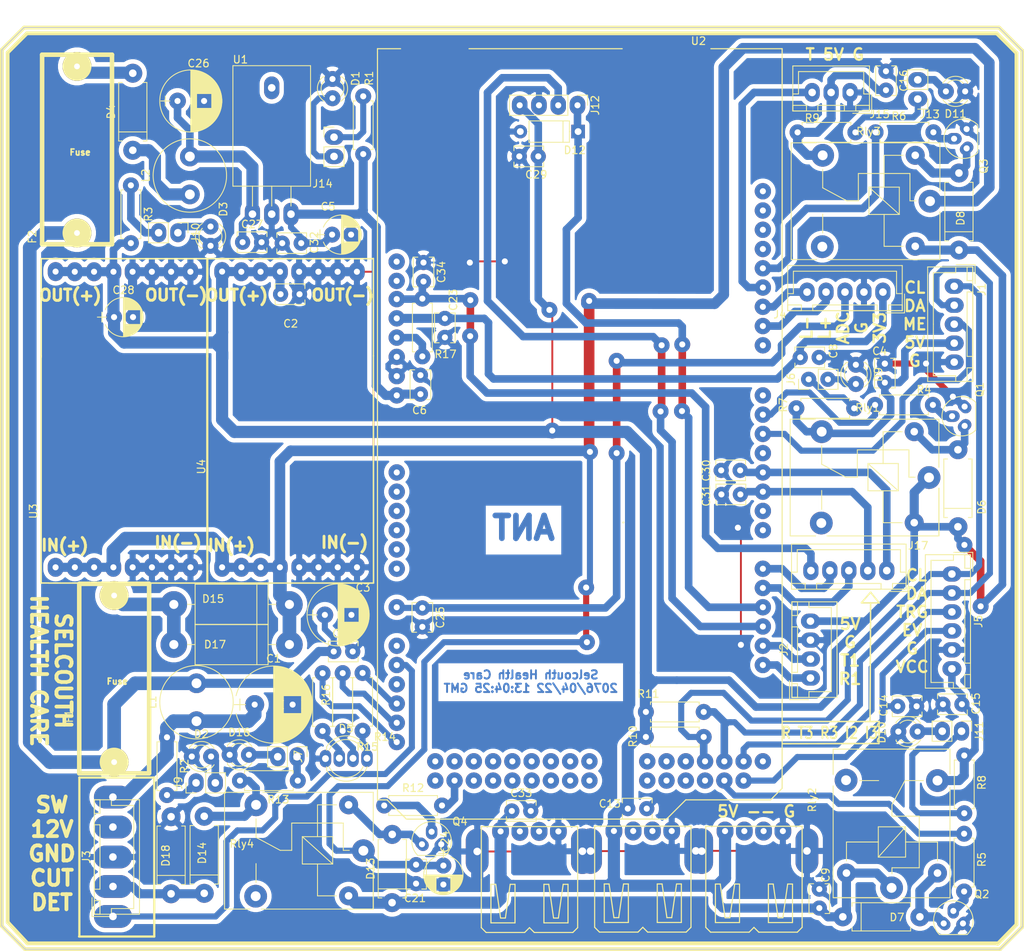
<source format=kicad_pcb>
(kicad_pcb (version 20171130) (host pcbnew "(5.0.2)-1")
  (layers (0 F.Cu signal) (31 B.Cu signal) (34 B.Paste user) (35 F.Paste user) (36 B.SilkS user) (37 F.SilkS user) (38 B.Mask user) (39 F.Mask user) (44 Edge.Cuts user))
  (net 0 "")
  (net 1 +12V)
  (net 2 GND)
  (net 3 +5V)
  (net 4 +3V3)
  (net 5 /VIN)
  (net 6 "Net-(D1-Pad2)")
  (net 7 "Net-(D2-Pad2)")
  (net 8 "Net-(D3-Pad2)")
  (net 9 /R1)
  (net 10 /G1)
  (net 11 /B1)
  (net 12 "Net-(D6-Pad2)")
  (net 13 "Net-(D7-Pad2)")
  (net 14 "Net-(D8-Pad2)")
  (net 15 /BP_MEASURE)
  (net 16 /SDA)
  (net 17 /SCL)
  (net 18 /BP_VCC)
  (net 19 /ECG_ADC)
  (net 20 /GUN_TRIGGER)
  (net 21 /GUN_EEPROM_VCC)
  (net 22 /GUN_VCC)
  (net 23 "Net-(J6-Pad1)")
  (net 24 /PI_INT2)
  (net 25 /PI_INT1)
  (net 26 /PI_RX)
  (net 27 /PI_TX)
  (net 28 /BP_VCC_TRIGGER)
  (net 29 "Net-(Q1-Pad2)")
  (net 30 "Net-(Q2-Pad2)")
  (net 31 /GUN_VCC_TRIGGER)
  (net 32 /BIA_TRIGGER)
  (net 33 "Net-(Q3-Pad2)")
  (net 34 /BIA_VCC)
  (net 35 "Net-(D4-Pad1)")
  (net 36 "Net-(D9-Pad2)")
  (net 37 "Net-(D10-Pad2)")
  (net 38 "Net-(D11-Pad2)")
  (net 39 "Net-(J9-Pad1)")
  (net 40 "Net-(J14-Pad1)")
  (net 41 "Net-(J13-Pad1)")
  (net 42 /RX2)
  (net 43 /TX2)
  (net 44 /L-)
  (net 45 /L+)
  (net 46 "Net-(J11-Pad1)")
  (net 47 /BIA_VCC_TRIGGER)
  (net 48 "Net-(C1-Pad1)")
  (net 49 "Net-(C22-Pad1)")
  (net 50 "Net-(C26-Pad1)")
  (net 51 /RESET)
  (net 52 "Net-(D4-Pad2)")
  (net 53 "Net-(D5-Pad2)")
  (net 54 "Net-(D5-Pad3)")
  (net 55 "Net-(D5-Pad4)")
  (net 56 "Net-(D13-Pad2)")
  (net 57 "Net-(D14-Pad2)")
  (net 58 /CUTOFF)
  (net 59 "Net-(D16-Pad2)")
  (net 60 /RX1)
  (net 61 /TX1)
  (net 62 "Net-(J7-Pad1)")
  (net 63 "Net-(J10-Pad2)")
  (net 64 "Net-(Q4-Pad2)")
  (net 65 /POWER_CUTOFF)
  (net 66 "Net-(R17-Pad1)")
  (net 67 /POWER_DETECT)
  (net 68 "Net-(D15-Pad2)")
  (module modFiles:Capacitor_10uF (layer F.Cu) (at 108.94 137.61 270)
    (fp_text reference C24 (at -3.15 -0.216 270) (layer F.SilkS))
    (fp_text value 10uf)
    (pad 2 thru_hole circle (at 2.5 0 270) (size 2.1 2.1) (drill 0.8) (layers *.Cu *.Mask) (net 2 GND))
    (pad 1 thru_hole circle (at 0 0 270) (size 2.1 2.1) (drill 0.8) (layers *.Cu *.Mask) (net 1 +12V))
  )
  (module modFiles:Arduino_Mega2560_Shield (layer F.Cu) (at 145.2 57.2)
    (fp_text reference U2 (at -2.63 -28.332) (layer F.SilkS))
    (fp_text value Arduino_Mega2560_Shield)
    (fp_text user . (at -12.9413 35.1663 270) (layer F.SilkS))
    (pad GND thru_hole circle (at -37.3253 66.6623 270) (size 2.15 2.15) (drill 0.8) (layers *.Cu *.Mask))
    (pad GND thru_hole circle (at -37.3253 69.2023 270) (size 2.15 2.15) (drill 0.8) (layers *.Cu *.Mask))
    (pad 23 thru_hole circle (at 3.3147 69.2023 270) (size 2.15 2.15) (drill 0.8) (layers *.Cu *.Mask) (net 21 /GUN_EEPROM_VCC))
    (pad 22 thru_hole circle (at 3.3147 66.6623 270) (size 2.15 2.15) (drill 0.8) (layers *.Cu *.Mask) (net 20 /GUN_TRIGGER))
    (pad VCC thru_hole circle (at 5.8547 66.6623 270) (size 2.15 2.15) (drill 0.8) (layers *.Cu *.Mask))
    (pad 53 thru_hole circle (at -34.7853 69.2023 270) (size 2.15 2.15) (drill 0.8) (layers *.Cu *.Mask) (net 65 /POWER_CUTOFF))
    (pad 52 thru_hole circle (at -34.7853 66.6623 270) (size 2.15 2.15) (drill 0.8) (layers *.Cu *.Mask))
    (pad 51 thru_hole circle (at -32.2453 69.2023 270) (size 2.15 2.15) (drill 0.8) (layers *.Cu *.Mask))
    (pad 50 thru_hole circle (at -32.2453 66.6623 270) (size 2.15 2.15) (drill 0.8) (layers *.Cu *.Mask))
    (pad 49 thru_hole circle (at -29.7053 69.2023 270) (size 2.15 2.15) (drill 0.8) (layers *.Cu *.Mask))
    (pad 48 thru_hole circle (at -29.7053 66.6623 270) (size 2.15 2.15) (drill 0.8) (layers *.Cu *.Mask))
    (pad 47 thru_hole circle (at -27.1653 69.2023 270) (size 2.15 2.15) (drill 0.8) (layers *.Cu *.Mask))
    (pad 46 thru_hole circle (at -27.1653 66.6623 270) (size 2.15 2.15) (drill 0.8) (layers *.Cu *.Mask))
    (pad 45 thru_hole circle (at -24.6253 69.2023 270) (size 2.15 2.15) (drill 0.8) (layers *.Cu *.Mask))
    (pad 44 thru_hole circle (at -24.6253 66.6623 270) (size 2.15 2.15) (drill 0.8) (layers *.Cu *.Mask))
    (pad 43 thru_hole circle (at -22.0853 69.2023 270) (size 2.15 2.15) (drill 0.8) (layers *.Cu *.Mask))
    (pad 42 thru_hole circle (at -22.0853 66.6623 270) (size 2.15 2.15) (drill 0.8) (layers *.Cu *.Mask))
    (pad 41 thru_hole circle (at -19.5453 69.2023 270) (size 2.15 2.15) (drill 0.8) (layers *.Cu *.Mask))
    (pad 40 thru_hole circle (at -19.5453 66.6623 270) (size 2.15 2.15) (drill 0.8) (layers *.Cu *.Mask))
    (pad A7 thru_hole circle (at -42.4053 41.2623 270) (size 2.15 2.15) (drill 0.8) (layers *.Cu *.Mask))
    (pad A6 thru_hole circle (at -42.4053 38.7223 270) (size 2.15 2.15) (drill 0.8) (layers *.Cu *.Mask))
    (pad VIN thru_hole circle (at -42.4053 18.4023 270) (size 2.15 2.15) (drill 0.8) (layers *.Cu *.Mask) (net 5 /VIN))
    (pad GND2 thru_hole circle (at -42.4053 15.8623 270) (size 2.15 2.15) (drill 0.8) (layers *.Cu *.Mask) (net 2 GND))
    (pad GND1 thru_hole circle (at -42.4053 13.3223 270) (size 2.15 2.15) (drill 0.8) (layers *.Cu *.Mask) (net 2 GND))
    (pad 5V1 thru_hole circle (at -42.4053 10.7823 270) (size 2.15 2.15) (drill 0.8) (layers *.Cu *.Mask) (net 66 "Net-(R17-Pad1)"))
    (pad 3V3 thru_hole circle (at -42.4053 8.2423 270) (size 2.15 2.15) (drill 0.8) (layers *.Cu *.Mask) (net 4 +3V3))
    (pad RST1 thru_hole circle (at -42.4053 5.7023 270) (size 2.15 2.15) (drill 0.8) (layers *.Cu *.Mask) (net 51 /RESET))
    (pad 19 thru_hole circle (at 5.8547 53.9623 270) (size 2.15 2.15) (drill 0.8) (layers *.Cu *.Mask) (net 60 /RX1))
    (pad 18 thru_hole circle (at 5.8547 51.4223 270) (size 2.15 2.15) (drill 0.8) (layers *.Cu *.Mask) (net 61 /TX1))
    (pad 17 thru_hole circle (at 5.8547 48.8823 270) (size 2.15 2.15) (drill 0.8) (layers *.Cu *.Mask) (net 42 /RX2))
    (pad 16 thru_hole circle (at 5.8547 46.3423 270) (size 2.15 2.15) (drill 0.8) (layers *.Cu *.Mask) (net 43 /TX2))
    (pad 15 thru_hole circle (at 5.8547 43.8023 270) (size 2.15 2.15) (drill 0.8) (layers *.Cu *.Mask) (net 26 /PI_RX))
    (pad 14 thru_hole circle (at 5.8547 41.2623 270) (size 2.15 2.15) (drill 0.8) (layers *.Cu *.Mask) (net 27 /PI_TX))
    (pad 0 thru_hole circle (at 5.8547 36.1823 270) (size 2.15 2.15) (drill 0.8) (layers *.Cu *.Mask))
    (pad 1 thru_hole circle (at 5.8547 33.6423 270) (size 2.15 2.15) (drill 0.8) (layers *.Cu *.Mask))
    (pad 2 thru_hole circle (at 5.8547 31.1023 270) (size 2.15 2.15) (drill 0.8) (layers *.Cu *.Mask) (net 24 /PI_INT2))
    (pad 3 thru_hole circle (at 5.8547 28.5623 270) (size 2.15 2.15) (drill 0.8) (layers *.Cu *.Mask) (net 25 /PI_INT1))
    (pad 4 thru_hole circle (at 5.8547 26.0223 270) (size 2.15 2.15) (drill 0.8) (layers *.Cu *.Mask))
    (pad 5 thru_hole circle (at 5.8547 23.4823 270) (size 2.15 2.15) (drill 0.8) (layers *.Cu *.Mask) (net 15 /BP_MEASURE))
    (pad 6 thru_hole circle (at 5.8547 20.9423 270) (size 2.15 2.15) (drill 0.8) (layers *.Cu *.Mask) (net 28 /BP_VCC_TRIGGER))
    (pad 7 thru_hole circle (at 5.8547 18.4023 270) (size 2.15 2.15) (drill 0.8) (layers *.Cu *.Mask))
    (pad GND5 thru_hole circle (at 5.8547 -0.9017 270) (size 2.15 2.15) (drill 0.8) (layers *.Cu *.Mask))
    (pad 9 thru_hole circle (at 5.8547 11.7983 270) (size 2.15 2.15) (drill 0.8) (layers *.Cu *.Mask))
    (pad 10 thru_hole circle (at 5.8547 9.2583 270) (size 2.15 2.15) (drill 0.8) (layers *.Cu *.Mask) (net 45 /L+))
    (pad SCL thru_hole circle (at 5.8547 -8.5217 270) (size 2.15 2.15) (drill 0.8) (layers *.Cu *.Mask))
    (pad SDA thru_hole circle (at 5.8547 -5.9817 270) (size 2.15 2.15) (drill 0.8) (layers *.Cu *.Mask))
    (pad AREF thru_hole circle (at 5.8547 -3.4417 270) (size 2.15 2.15) (drill 0.8) (layers *.Cu *.Mask))
    (pad 13 thru_hole circle (at 5.8547 1.6383 270) (size 2.15 2.15) (drill 0.8) (layers *.Cu *.Mask) (net 47 /BIA_VCC_TRIGGER))
    (pad 12 thru_hole circle (at 5.8547 4.1783 270) (size 2.15 2.15) (drill 0.8) (layers *.Cu *.Mask) (net 32 /BIA_TRIGGER))
    (pad 11 thru_hole circle (at 5.8547 6.7183 270) (size 2.15 2.15) (drill 0.8) (layers *.Cu *.Mask) (net 44 /L-))
    (pad A2 thru_hole circle (at -42.4053 28.5623 270) (size 2.15 2.15) (drill 0.8) (layers *.Cu *.Mask))
    (pad A3 thru_hole circle (at -42.4053 31.1023 270) (size 2.15 2.15) (drill 0.8) (layers *.Cu *.Mask))
    (pad A4 thru_hole circle (at -42.4053 33.6423 270) (size 2.15 2.15) (drill 0.8) (layers *.Cu *.Mask))
    (pad A5 thru_hole circle (at -42.4053 36.1823 270) (size 2.15 2.15) (drill 0.8) (layers *.Cu *.Mask))
    (pad A8 thru_hole circle (at -42.4053 46.3423 270) (size 2.15 2.15) (drill 0.8) (layers *.Cu *.Mask) (net 19 /ECG_ADC))
    (pad A10 thru_hole circle (at -42.4053 51.4223 270) (size 2.15 2.15) (drill 0.8) (layers *.Cu *.Mask))
    (pad A11 thru_hole circle (at -42.4053 53.9623 270) (size 2.15 2.15) (drill 0.8) (layers *.Cu *.Mask) (net 67 /POWER_DETECT))
    (pad A12 thru_hole circle (at -42.4053 56.5023 270) (size 2.15 2.15) (drill 0.8) (layers *.Cu *.Mask))
    (pad A13 thru_hole circle (at -42.4053 59.0423 270) (size 2.15 2.15) (drill 0.8) (layers *.Cu *.Mask) (net 11 /B1))
    (pad A14 thru_hole circle (at -42.4053 61.5823 270) (size 2.15 2.15) (drill 0.8) (layers *.Cu *.Mask) (net 10 /G1))
    (pad A15 thru_hole circle (at -42.4053 64.1223 270) (size 2.15 2.15) (drill 0.8) (layers *.Cu *.Mask) (net 9 /R1))
    (pad 24 thru_hole circle (at 0.7747 66.6623 270) (size 2.15 2.15) (drill 0.8) (layers *.Cu *.Mask) (net 16 /SDA))
    (pad 25 thru_hole circle (at 0.7747 69.2023 270) (size 2.15 2.15) (drill 0.8) (layers *.Cu *.Mask) (net 31 /GUN_VCC_TRIGGER))
    (pad 26 thru_hole circle (at -1.7653 66.6623 270) (size 2.15 2.15) (drill 0.8) (layers *.Cu *.Mask) (net 17 /SCL))
    (pad 27 thru_hole circle (at -1.7653 69.2023 270) (size 2.15 2.15) (drill 0.8) (layers *.Cu *.Mask))
    (pad 28 thru_hole circle (at -4.3053 66.6623 270) (size 2.15 2.15) (drill 0.8) (layers *.Cu *.Mask))
    (pad 29 thru_hole circle (at -4.3053 69.2023 270) (size 2.15 2.15) (drill 0.8) (layers *.Cu *.Mask))
    (pad 30 thru_hole circle (at -6.8453 66.6623 270) (size 2.15 2.15) (drill 0.8) (layers *.Cu *.Mask))
    (pad 31 thru_hole circle (at -6.8453 69.2023 270) (size 2.15 2.15) (drill 0.8) (layers *.Cu *.Mask))
    (pad 32 thru_hole circle (at -9.3853 66.6623 270) (size 2.15 2.15) (drill 0.8) (layers *.Cu *.Mask))
    (pad 33 thru_hole circle (at -9.3853 69.2023 270) (size 2.15 2.15) (drill 0.8) (layers *.Cu *.Mask))
    (pad 38 thru_hole circle (at -17.0053 66.6623 270) (size 2.15 2.15) (drill 0.8) (layers *.Cu *.Mask))
    (pad 39 thru_hole circle (at -17.0053 69.2023 270) (size 2.15 2.15) (drill 0.8) (layers *.Cu *.Mask))
    (pad IORE thru_hole circle (at -42.418 3.302 270) (size 2.15 2.15) (drill 0.8) (layers *.Cu *.Mask))
    (pad NC thru_hole circle (at -42.418 0.762 270) (size 2.15 2.15) (drill 0.8) (layers *.Cu *.Mask))
  )
  (module LEDs:LED_D5.0mm-4 (layer F.Cu) (at 94.21 123.49)
    (fp_text reference D5 (at 1.905 -3.96) (layer F.SilkS))
    (fp_text value LED_CRGB)
    (pad 4 thru_hole oval (at 4.66 -0.03) (size 1.5 2.3) (drill 0.9) (layers *.Cu *.Mask) (net 55 "Net-(D5-Pad4)"))
    (pad 3 thru_hole oval (at 2.82 -0.03) (size 1.5 2.3) (drill 0.9) (layers *.Cu *.Mask) (net 54 "Net-(D5-Pad3)"))
    (pad 2 thru_hole oval (at 1.01 -0.05) (size 1.5 2.3) (drill 0.9) (layers *.Cu *.Mask) (net 53 "Net-(D5-Pad2)"))
    (pad 1 thru_hole oval (at -0.81 0.01) (size 1.5 2.3) (drill 0.9) (layers *.Cu *.Mask) (net 2 GND))
  )
  (module modFiles:Connector_USB (layer F.Cu) (at 135.23 139.4 180)
    (fp_text reference J8 hide)
    (fp_text value USB_A)
    (pad 5 thru_hole oval (at -6.98 3.73 180) (size 3 6) (drill 1) (layers *.Cu *.Mask) (net 2 GND))
    (pad 5 thru_hole oval (at 6.89 3.7 180) (size 3 6) (drill 1) (layers *.Cu *.Mask) (net 2 GND))
    (pad 4 thru_hole oval (at -3.81 6.35 180) (size 2.2 2.5) (drill 0.8) (layers *.Cu *.Mask) (net 2 GND))
    (pad 1 thru_hole oval (at 3.81 6.35 180) (size 2.2 2.5) (drill 0.8) (layers *.Cu *.Mask) (net 3 +5V))
    (pad 2 thru_hole oval (at 1.27 6.35 180) (size 2.2 2.5) (drill 0.8) (layers *.Cu *.Mask))
    (pad 3 thru_hole oval (at -1.27 6.35 180) (size 2.2 2.5) (drill 0.8) (layers *.Cu *.Mask))
  )
  (module modFiles:Connector_USB (layer F.Cu) (at 149.88 139.41 180)
    (fp_text reference J18 hide)
    (fp_text value USB_A)
    (pad 5 thru_hole oval (at -6.98 3.73 180) (size 3 6) (drill 1) (layers *.Cu *.Mask) (net 2 GND))
    (pad 5 thru_hole oval (at 6.89 3.7 180) (size 3 6) (drill 1) (layers *.Cu *.Mask) (net 2 GND))
    (pad 4 thru_hole oval (at -3.81 6.35 180) (size 2.2 2.5) (drill 0.8) (layers *.Cu *.Mask) (net 2 GND))
    (pad 1 thru_hole oval (at 3.81 6.35 180) (size 2.2 2.5) (drill 0.8) (layers *.Cu *.Mask) (net 3 +5V))
    (pad 2 thru_hole oval (at 1.27 6.35 180) (size 2.2 2.5) (drill 0.8) (layers *.Cu *.Mask))
    (pad 3 thru_hole oval (at -1.27 6.35 180) (size 2.2 2.5) (drill 0.8) (layers *.Cu *.Mask))
  )
  (module modFiles:Connector_USB (layer F.Cu) (at 120.29 139.45 180)
    (fp_text reference J19 hide)
    (fp_text value USB_A)
    (pad 5 thru_hole oval (at -6.98 3.73 180) (size 3 6) (drill 1) (layers *.Cu *.Mask) (net 2 GND))
    (pad 5 thru_hole oval (at 6.89 3.7 180) (size 3 6) (drill 1) (layers *.Cu *.Mask) (net 2 GND))
    (pad 4 thru_hole oval (at -3.81 6.35 180) (size 2.2 2.5) (drill 0.8) (layers *.Cu *.Mask) (net 2 GND))
    (pad 1 thru_hole oval (at 3.81 6.35 180) (size 2.2 2.5) (drill 0.8) (layers *.Cu *.Mask) (net 3 +5V))
    (pad 2 thru_hole oval (at 1.27 6.35 180) (size 2.2 2.5) (drill 0.8) (layers *.Cu *.Mask))
    (pad 3 thru_hole oval (at -1.27 6.35 180) (size 2.2 2.5) (drill 0.8) (layers *.Cu *.Mask))
  )
  (module modFiles:Capacitor_Disc_Small (layer F.Cu) (at 106.32 58.08 270)
    (fp_text reference C34 (at 1.25 -2.36 270) (layer F.SilkS))
    (fp_text value 104)
    (pad 1 thru_hole circle (at 0 0 270) (size 2 2) (drill 0.8) (layers *.Cu *.Mask) (net 2 GND))
    (pad 2 thru_hole circle (at 2.5 0 270) (size 2 2) (drill 0.8) (layers *.Cu *.Mask) (net 51 /RESET))
  )
  (module modFiles:Diode_Small (layer F.Cu) (at 102.21 143.1 90)
    (fp_text reference D13 (at 5.08 -2.86 90) (layer F.SilkS))
    (fp_text value D)
    (pad 2 thru_hole circle (at 9.6 -0.01 90) (size 2.5 2.5) (drill 1) (layers *.Cu *.Mask) (net 56 "Net-(D13-Pad2)"))
    (pad 1 thru_hole circle (at 0.6 -0.03 90) (size 2.5 2.5) (drill 1) (layers *.Cu *.Mask) (net 3 +5V))
  )
  (module Connectors_JST:JST_XH_B05B-XH-A_05x2.50mm_Straight (layer F.Cu) (at 65.38 141.48 90)
    (fp_text reference J3 (at 5 -3.5 90) (layer F.SilkS))
    (fp_text value POWER)
    (pad 1 thru_hole oval (at -2.84 0.01 90) (size 3 5) (drill 1) (layers *.Cu *.Mask) (net 67 /POWER_DETECT))
    (pad 2 thru_hole oval (at 1.11 0.01 90) (size 3 5) (drill 1) (layers *.Cu *.Mask) (net 58 /CUTOFF))
    (pad 3 thru_hole oval (at 5 0 90) (size 3 5) (drill 1) (layers *.Cu *.Mask) (net 2 GND))
    (pad 4 thru_hole oval (at 8.95 0 90) (size 3 5) (drill 1) (layers *.Cu *.Mask))
    (pad 5 thru_hole oval (at 12.9 0 90) (size 3 5) (drill 1) (layers *.Cu *.Mask) (net 48 "Net-(C1-Pad1)"))
  )
  (module modFiles:Capacitor_1000uF (layer F.Cu) (at 84.07 116.38)
    (fp_text reference C1 (at 2.5 -6.06) (layer F.SilkS))
    (fp_text value 1000uf)
    (pad 2 thru_hole circle (at 5 0) (size 2.5 2.5) (drill 0.8) (layers *.Cu *.Mask) (net 2 GND))
    (pad 1 thru_hole circle (at 0 0) (size 2.5 2.5) (drill 0.8) (layers *.Cu *.Mask) (net 48 "Net-(C1-Pad1)"))
  )
  (module modFiles:Capacitor_Disc_Small (layer F.Cu) (at 87.48 62.26)
    (fp_text reference C2 (at 1.34 3.88) (layer F.SilkS))
    (fp_text value 104)
    (pad 1 thru_hole circle (at 0 0) (size 2 2) (drill 0.8) (layers *.Cu *.Mask) (net 3 +5V))
    (pad 2 thru_hole circle (at 2.5 0) (size 2 2) (drill 0.8) (layers *.Cu *.Mask) (net 2 GND))
  )
  (module modFiles:Capacitor_100uF (layer F.Cu) (at 93.32 104.55)
    (fp_text reference C3 (at 5.028 -3.584) (layer F.SilkS))
    (fp_text value 100uf)
    (pad 2 thru_hole circle (at 3.5 0) (size 2.2 2.2) (drill 0.8) (layers *.Cu *.Mask) (net 2 GND))
    (pad 1 thru_hole circle (at 0 0) (size 2.2 2.2) (drill 0.8) (layers *.Cu *.Mask) (net 49 "Net-(C22-Pad1)"))
  )
  (module modFiles:Capacitor_Disc_Small (layer F.Cu) (at 167.132 73.914 90)
    (fp_text reference C4 (at 4.152 -0.686 180) (layer F.SilkS))
    (fp_text value 104)
    (pad 2 thru_hole circle (at 2.5 0 90) (size 2 2) (drill 0.8) (layers *.Cu *.Mask) (net 2 GND))
    (pad 1 thru_hole circle (at 0 0 90) (size 2 2) (drill 0.8) (layers *.Cu *.Mask) (net 18 /BP_VCC))
  )
  (module modFiles:Capacitor_Disc_Small (layer F.Cu) (at 105.918 75.438 90)
    (fp_text reference C6 (at -2.122 -0.118 180) (layer F.SilkS))
    (fp_text value 104)
    (pad 2 thru_hole circle (at 2.5 0 90) (size 2 2) (drill 0.8) (layers *.Cu *.Mask) (net 2 GND))
    (pad 1 thru_hole circle (at 0 0 90) (size 2 2) (drill 0.8) (layers *.Cu *.Mask) (net 5 /VIN))
  )
  (module modFiles:Capacitor_Disc_Small (layer F.Cu) (at 155.98 70.59)
    (fp_text reference C8 (at 4.37 -0.828 90) (layer F.SilkS))
    (fp_text value 104)
    (pad 2 thru_hole circle (at 2.5 0) (size 2 2) (drill 0.8) (layers *.Cu *.Mask) (net 2 GND))
    (pad 1 thru_hole circle (at 0 0) (size 2 2) (drill 0.8) (layers *.Cu *.Mask) (net 4 +3V3))
  )
  (module modFiles:Capacitor_Disc_Small (layer F.Cu) (at 158.496 140.716 270)
    (fp_text reference C9 (at -1.866 -0.838 90) (layer F.SilkS))
    (fp_text value 104)
    (pad 1 thru_hole circle (at 0 0 270) (size 2 2) (drill 0.8) (layers *.Cu *.Mask) (net 2 GND))
    (pad 2 thru_hole circle (at 2.5 0 270) (size 2 2) (drill 0.8) (layers *.Cu *.Mask) (net 3 +5V))
  )
  (module modFiles:Capacitor_Disc_Small (layer F.Cu) (at 135.75 130.1 180)
    (fp_text reference C13 (at 4.864 0.648 180) (layer F.SilkS))
    (fp_text value 104)
    (pad 1 thru_hole circle (at 0 0 180) (size 2 2) (drill 0.8) (layers *.Cu *.Mask) (net 2 GND))
    (pad 2 thru_hole circle (at 2.5 0 180) (size 2 2) (drill 0.8) (layers *.Cu *.Mask) (net 3 +5V))
  )
  (module modFiles:Capacitor_Disc_Small (layer F.Cu) (at 171.32 116.6 180)
    (fp_text reference C14 (at 4.366 0.102 90) (layer F.SilkS))
    (fp_text value 104)
    (pad 2 thru_hole circle (at 2.5 0 180) (size 2 2) (drill 0.8) (layers *.Cu *.Mask) (net 21 /GUN_EEPROM_VCC))
    (pad 1 thru_hole circle (at 0 0 180) (size 2 2) (drill 0.8) (layers *.Cu *.Mask) (net 2 GND))
  )
  (module modFiles:Capacitor_Disc_Small (layer F.Cu) (at 177.292 116.332 180)
    (fp_text reference C15 (at -1.854 0.088 270) (layer F.SilkS))
    (fp_text value 104)
    (pad 1 thru_hole circle (at 0 0 180) (size 2 2) (drill 0.8) (layers *.Cu *.Mask) (net 22 /GUN_VCC))
    (pad 2 thru_hole circle (at 2.5 0 180) (size 2 2) (drill 0.8) (layers *.Cu *.Mask) (net 2 GND))
  )
  (module modFiles:Capacitor_Disc_Small (layer F.Cu) (at 167.28 32.85 270)
    (fp_text reference C16 (at 1.25 -2.36 270) (layer F.SilkS))
    (fp_text value 104)
    (pad 1 thru_hole circle (at 0 0 270) (size 2 2) (drill 0.8) (layers *.Cu *.Mask) (net 2 GND))
    (pad 2 thru_hole circle (at 2.5 0 270) (size 2 2) (drill 0.8) (layers *.Cu *.Mask) (net 34 /BIA_VCC))
  )
  (module modFiles:Capacitor_Disc_Small (layer F.Cu) (at 105.34 137.49 270)
    (fp_text reference C21 (at 4.424 0.136) (layer F.SilkS))
    (fp_text value 104)
    (pad 1 thru_hole circle (at 0 0 270) (size 2 2) (drill 0.8) (layers *.Cu *.Mask) (net 1 +12V))
    (pad 2 thru_hole circle (at 2.5 0 270) (size 2 2) (drill 0.8) (layers *.Cu *.Mask) (net 2 GND))
  )
  (module modFiles:Capacitor_Disc_Small (layer F.Cu) (at 94.49 109.38)
    (fp_text reference C22 (at 1.25 -2.36) (layer F.SilkS))
    (fp_text value 104)
    (pad 1 thru_hole circle (at 0 0) (size 2 2) (drill 0.8) (layers *.Cu *.Mask) (net 49 "Net-(C22-Pad1)"))
    (pad 2 thru_hole circle (at 2.5 0) (size 2 2) (drill 0.8) (layers *.Cu *.Mask) (net 2 GND))
  )
  (module modFiles:Capacitor_Disc_Small (layer F.Cu) (at 109.14 65.45 270)
    (fp_text reference C23 (at -2.45 -1.11 270) (layer F.SilkS))
    (fp_text value 104)
    (pad 1 thru_hole circle (at 0 0 270) (size 2 2) (drill 0.8) (layers *.Cu *.Mask) (net 4 +3V3))
    (pad 2 thru_hole circle (at 2.5 0 270) (size 2 2) (drill 0.8) (layers *.Cu *.Mask) (net 2 GND))
  )
  (module modFiles:Capacitor_Disc_Small (layer F.Cu) (at 106.172 103.632 270)
    (fp_text reference C25 (at 1.25 -2.36 270) (layer F.SilkS))
    (fp_text value 104)
    (pad 2 thru_hole circle (at 2.5 0 270) (size 2 2) (drill 0.8) (layers *.Cu *.Mask) (net 2 GND))
    (pad 1 thru_hole circle (at 0 0 270) (size 2 2) (drill 0.8) (layers *.Cu *.Mask) (net 19 /ECG_ADC))
  )
  (module modFiles:Capacitor_Disc_Small (layer F.Cu) (at 82.475 55.4)
    (fp_text reference C27 (at 1.25 -2.36) (layer F.SilkS))
    (fp_text value 104)
    (pad 1 thru_hole circle (at 0 0) (size 2 2) (drill 0.8) (layers *.Cu *.Mask) (net 50 "Net-(C26-Pad1)"))
    (pad 2 thru_hole circle (at 2.5 0) (size 2 2) (drill 0.8) (layers *.Cu *.Mask) (net 2 GND))
  )
  (module modFiles:Capacitor_10uF (layer F.Cu) (at 65.532 65.278)
    (fp_text reference C28 (at 1.25 -3.56) (layer F.SilkS))
    (fp_text value 10uf)
    (pad 2 thru_hole circle (at 2.5 0) (size 2.1 2.1) (drill 0.8) (layers *.Cu *.Mask) (net 2 GND))
    (pad 1 thru_hole circle (at 0 0) (size 2.1 2.1) (drill 0.8) (layers *.Cu *.Mask) (net 3 +5V))
  )
  (module modFiles:Capacitor_Disc_Small (layer F.Cu) (at 121.45 44.08 180)
    (fp_text reference C29 (at 0.27 -2.41 180) (layer F.SilkS))
    (fp_text value 104)
    (pad 1 thru_hole circle (at 0 0 180) (size 2 2) (drill 0.8) (layers *.Cu *.Mask) (net 3 +5V))
    (pad 2 thru_hole circle (at 2.5 0 180) (size 2 2) (drill 0.8) (layers *.Cu *.Mask) (net 2 GND))
  )
  (module modFiles:Capacitor_Disc_Small (layer F.Cu) (at 148.06 85.49 180)
    (fp_text reference C30 (at 4.474 -0.02 270) (layer F.SilkS))
    (fp_text value 104)
    (pad 1 thru_hole circle (at 0 0 180) (size 2 2) (drill 0.8) (layers *.Cu *.Mask) (net 25 /PI_INT1))
    (pad 2 thru_hole circle (at 2.5 0 180) (size 2 2) (drill 0.8) (layers *.Cu *.Mask) (net 2 GND))
  )
  (module modFiles:Capacitor_Disc_Small (layer F.Cu) (at 148.09 88.66 180)
    (fp_text reference C31 (at 4.504 -0.152 270) (layer F.SilkS))
    (fp_text value 104)
    (pad 1 thru_hole circle (at 0 0 180) (size 2 2) (drill 0.8) (layers *.Cu *.Mask) (net 24 /PI_INT2))
    (pad 2 thru_hole circle (at 2.5 0 180) (size 2 2) (drill 0.8) (layers *.Cu *.Mask) (net 2 GND))
  )
  (module modFiles:Capacitor_Disc_Small (layer F.Cu) (at 90.2 55.525 180)
    (fp_text reference C32 (at -1.73 0.085 270) (layer F.SilkS))
    (fp_text value 104)
    (pad 2 thru_hole circle (at 2.5 0 180) (size 2 2) (drill 0.8) (layers *.Cu *.Mask) (net 2 GND))
    (pad 1 thru_hole circle (at 0 0 180) (size 2 2) (drill 0.8) (layers *.Cu *.Mask) (net 5 /VIN))
  )
  (module modFiles:Capacitor_Disc_Small (layer F.Cu) (at 117.96 130.41)
    (fp_text reference C33 (at 1.25 -2.36) (layer F.SilkS))
    (fp_text value 104)
    (pad 2 thru_hole circle (at 2.5 0) (size 2 2) (drill 0.8) (layers *.Cu *.Mask) (net 2 GND))
    (pad 1 thru_hole circle (at 0 0) (size 2 2) (drill 0.8) (layers *.Cu *.Mask) (net 3 +5V))
  )
  (module modFiles:LED_D3.0mm (layer F.Cu) (at 94.325 33.875 270)
    (fp_text reference D1 (at -0.065 -3.035 270) (layer F.SilkS))
    (fp_text value LED_VIN)
    (pad 2 thru_hole circle (at 2.54 0 270) (size 2.1 2.1) (drill 0.8) (layers *.Cu *.Mask) (net 6 "Net-(D1-Pad2)"))
    (pad 1 thru_hole circle (at 0 0 270) (size 2.1 2.1) (drill 0.8) (layers *.Cu *.Mask) (net 2 GND))
  )
  (module modFiles:LED_D3.0mm (layer F.Cu) (at 75.78 123.23)
    (fp_text reference D2 (at 1.27 -2.96) (layer F.SilkS))
    (fp_text value LED)
    (pad 2 thru_hole circle (at 2.54 0) (size 2.1 2.1) (drill 0.8) (layers *.Cu *.Mask) (net 7 "Net-(D2-Pad2)"))
    (pad 1 thru_hole circle (at 0 0) (size 2.1 2.1) (drill 0.8) (layers *.Cu *.Mask) (net 2 GND))
  )
  (module modFiles:LED_D3.0mm (layer F.Cu) (at 78.25 55.875 90)
    (fp_text reference D3 (at 4.825 1.69 90) (layer F.SilkS))
    (fp_text value LED)
    (pad 1 thru_hole circle (at 0 0 90) (size 2.1 2.1) (drill 0.8) (layers *.Cu *.Mask) (net 2 GND))
    (pad 2 thru_hole circle (at 2.54 0 90) (size 2.1 2.1) (drill 0.8) (layers *.Cu *.Mask) (net 8 "Net-(D3-Pad2)"))
  )
  (module modFiles:Diode_Small (layer F.Cu) (at 68 43.275 90)
    (fp_text reference D4 (at 5.08 -2.86 90) (layer F.SilkS))
    (fp_text value D)
    (pad 1 thru_hole circle (at 0 0 90) (size 2.5 2.5) (drill 1) (layers *.Cu *.Mask) (net 35 "Net-(D4-Pad1)"))
    (pad 2 thru_hole circle (at 10.16 0 90) (size 2.5 2.5) (drill 1) (layers *.Cu *.Mask) (net 52 "Net-(D4-Pad2)"))
  )
  (module modFiles:Diode_Small (layer F.Cu) (at 176.766 92.928 90)
    (fp_text reference D6 (at 2.592 3.142 90) (layer F.SilkS))
    (fp_text value D)
    (pad 1 thru_hole circle (at 0 0 90) (size 2.5 2.5) (drill 1) (layers *.Cu *.Mask) (net 3 +5V))
    (pad 2 thru_hole circle (at 10.16 0 90) (size 2.5 2.5) (drill 1) (layers *.Cu *.Mask) (net 12 "Net-(D6-Pad2)"))
  )
  (module modFiles:Diode_Small (layer F.Cu) (at 161.59 144.37)
    (fp_text reference D7 (at 7.142 0.068) (layer F.SilkS))
    (fp_text value D)
    (pad 1 thru_hole circle (at 0 0) (size 2.5 2.5) (drill 1) (layers *.Cu *.Mask) (net 3 +5V))
    (pad 2 thru_hole circle (at 10.16 0) (size 2.5 2.5) (drill 1) (layers *.Cu *.Mask) (net 13 "Net-(D7-Pad2)"))
  )
  (module modFiles:Diode_Small (layer F.Cu) (at 176.9 56.44 90)
    (fp_text reference D8 (at 4.204 0.214 90) (layer F.SilkS))
    (fp_text value D)
    (pad 2 thru_hole circle (at 10.16 0 90) (size 2.5 2.5) (drill 1) (layers *.Cu *.Mask) (net 14 "Net-(D8-Pad2)"))
    (pad 1 thru_hole circle (at 0 0 90) (size 2.5 2.5) (drill 1) (layers *.Cu *.Mask) (net 3 +5V))
  )
  (module modFiles:LED_D3.0mm (layer F.Cu) (at 163.31 71.56 270)
    (fp_text reference D9 (at 1.27 -2.96 270) (layer F.SilkS))
    (fp_text value LED)
    (pad 2 thru_hole circle (at 2.54 0 270) (size 2.1 2.1) (drill 0.8) (layers *.Cu *.Mask) (net 36 "Net-(D9-Pad2)"))
    (pad 1 thru_hole circle (at 0 0 270) (size 2.1 2.1) (drill 0.8) (layers *.Cu *.Mask) (net 2 GND))
  )
  (module modFiles:LED_D3.0mm (layer F.Cu) (at 168.91 119.94)
    (fp_text reference D10 (at -2.21 0.114 270) (layer F.SilkS))
    (fp_text value LED)
    (pad 1 thru_hole circle (at 0 0) (size 2.1 2.1) (drill 0.8) (layers *.Cu *.Mask) (net 2 GND))
    (pad 2 thru_hole circle (at 2.54 0) (size 2.1 2.1) (drill 0.8) (layers *.Cu *.Mask) (net 37 "Net-(D10-Pad2)"))
  )
  (module modFiles:LED_D3.0mm (layer F.Cu) (at 177.72 35.51 180)
    (fp_text reference D11 (at 1.27 -2.96 180) (layer F.SilkS))
    (fp_text value LED)
    (pad 2 thru_hole circle (at 2.54 0 180) (size 2.1 2.1) (drill 0.8) (layers *.Cu *.Mask) (net 38 "Net-(D11-Pad2)"))
    (pad 1 thru_hole circle (at 0 0 180) (size 2.1 2.1) (drill 0.8) (layers *.Cu *.Mask) (net 2 GND))
  )
  (module Diodes_THT:D_A-405_P7.62mm_Horizontal (layer F.Cu) (at 126.7 40.81 180)
    (fp_text reference D12 (at 0.44 -2.45 180) (layer F.SilkS))
    (fp_text value D_Zener)
    (pad 1 thru_hole rect (at 0 0 180) (size 1.8 1.8) (drill 0.9) (layers *.Cu *.Mask) (net 43 /TX2))
    (pad 2 thru_hole oval (at 7.62 0 180) (size 1.8 1.8) (drill 0.9) (layers *.Cu *.Mask) (net 2 GND))
  )
  (module modFiles:Diode_Small (layer F.Cu) (at 77.42 141.27 90)
    (fp_text reference D14 (at 5.313 -0.279 90) (layer F.SilkS))
    (fp_text value D)
    (pad 1 thru_hole circle (at 0 0 90) (size 2.5 2.5) (drill 1) (layers *.Cu *.Mask) (net 58 /CUTOFF))
    (pad 2 thru_hole circle (at 10.16 0 90) (size 2.5 2.5) (drill 1) (layers *.Cu *.Mask) (net 57 "Net-(D14-Pad2)"))
  )
  (module modFiles:Diode_Medium (layer F.Cu) (at 88.65 103.17 180)
    (fp_text reference D15 (at 10.063 0.735 180) (layer F.SilkS))
    (fp_text value D)
    (pad 1 thru_hole circle (at 0 0 180) (size 3.5 3.5) (drill 1.2) (layers *.Cu *.Mask) (net 1 +12V))
    (pad 2 thru_hole circle (at 15.24 0 180) (size 3.5 3.5) (drill 1.2) (layers *.Cu *.Mask) (net 68 "Net-(D15-Pad2)"))
  )
  (module modFiles:LED_D3.0mm (layer F.Cu) (at 80.77 123)
    (fp_text reference D16 (at 1.27 -2.96) (layer F.SilkS))
    (fp_text value LED)
    (pad 2 thru_hole circle (at 2.54 0) (size 2.1 2.1) (drill 0.8) (layers *.Cu *.Mask) (net 59 "Net-(D16-Pad2)"))
    (pad 1 thru_hole circle (at 0 0) (size 2.1 2.1) (drill 0.8) (layers *.Cu *.Mask) (net 2 GND))
  )
  (module modFiles:Diode_Medium (layer F.Cu) (at 88.65 108.46 180)
    (fp_text reference D17 (at 9.809 0.002 180) (layer F.SilkS))
    (fp_text value D)
    (pad 2 thru_hole circle (at 15.24 0 180) (size 3.5 3.5) (drill 1.2) (layers *.Cu *.Mask) (net 68 "Net-(D15-Pad2)"))
    (pad 1 thru_hole circle (at 0 0 180) (size 3.5 3.5) (drill 1.2) (layers *.Cu *.Mask) (net 1 +12V))
  )
  (module modFiles:Diode_Small (layer F.Cu) (at 73.05 141.33 90)
    (fp_text reference D18 (at 5.034 -0.705 90) (layer F.SilkS))
    (fp_text value D)
    (pad 1 thru_hole circle (at 0 0 90) (size 2.5 2.5) (drill 1) (layers *.Cu *.Mask) (net 58 /CUTOFF))
    (pad 2 thru_hole circle (at 10.16 0 90) (size 2.5 2.5) (drill 1) (layers *.Cu *.Mask) (net 2 GND))
  )
  (module modFiles:Fuse_Holder (layer F.Cu) (at 66.05 113.17 90)
    (fp_text reference F1 (at -4.7371 -6.4516 90) (layer F.SilkS))
    (fp_text value Fuse (at -0.154 -0.098 180) (layer F.SilkS) (effects (font (size 0.8 0.8) (thickness 0.2))))
    (pad 2 thru_hole circle (at -10.795 -0.508 180) (size 3.81 3.81) (drill 0.762) (layers *.Cu *.Mask F.SilkS) (net 49 "Net-(C22-Pad1)"))
    (pad 1 thru_hole circle (at 11.176 -0.508 180) (size 3.81 3.81) (drill 0.762) (layers *.Cu *.Mask F.SilkS) (net 68 "Net-(D15-Pad2)"))
  )
  (module modFiles:Fuse_Holder (layer F.Cu) (at 61.155 43.39 90)
    (fp_text reference F2 (at -11.295 -6.39 270) (layer F.SilkS))
    (fp_text value Fuse (at -0.154 -0.098 180) (layer F.SilkS) (effects (font (size 0.8 0.8) (thickness 0.2))))
    (pad 2 thru_hole circle (at -10.795 -0.508 180) (size 3.81 3.81) (drill 0.762) (layers *.Cu *.Mask F.SilkS) (net 49 "Net-(C22-Pad1)"))
    (pad 1 thru_hole circle (at 11.176 -0.508 180) (size 3.81 3.81) (drill 0.762) (layers *.Cu *.Mask F.SilkS) (net 52 "Net-(D4-Pad2)"))
  )
  (module Connectors_JST:JST_XH_B05B-XH-A_05x2.50mm_Straight (layer F.Cu) (at 176.276 61.214 270)
    (fp_text reference J1 (at 0.42 -3.632 270) (layer F.SilkS))
    (fp_text value PRESSURE)
    (pad 5 thru_hole oval (at 10 0 270) (size 2 2.5) (drill 1) (layers *.Cu *.Mask) (net 2 GND))
    (pad 4 thru_hole oval (at 7.5 0 270) (size 2 2.5) (drill 1) (layers *.Cu *.Mask) (net 18 /BP_VCC))
    (pad 3 thru_hole oval (at 5 0 270) (size 2 2.5) (drill 1) (layers *.Cu *.Mask) (net 15 /BP_MEASURE))
    (pad 2 thru_hole oval (at 2.5 0 270) (size 2 2.5) (drill 1) (layers *.Cu *.Mask) (net 16 /SDA))
    (pad 1 thru_hole oval (at 0 0 270) (size 2 2.5) (drill 1) (layers *.Cu *.Mask) (net 17 /SCL))
  )
  (module Connectors_JST:JST_XH_B04B-XH-A_04x2.50mm_Straight (layer F.Cu) (at 157.326 112.878 90)
    (fp_text reference J2 (at 3.75 -3.5 90) (layer F.SilkS))
    (fp_text value HEIGHT)
    (pad 1 thru_hole oval (at 0 0 90) (size 2 2.5) (drill 1) (layers *.Cu *.Mask) (net 60 /RX1))
    (pad 2 thru_hole oval (at 2.5 0 90) (size 2 2.5) (drill 1) (layers *.Cu *.Mask) (net 61 /TX1))
    (pad 3 thru_hole oval (at 5 0 90) (size 2 2.5) (drill 1) (layers *.Cu *.Mask) (net 2 GND))
    (pad 4 thru_hole oval (at 7.5 0 90) (size 2 2.5) (drill 1) (layers *.Cu *.Mask) (net 3 +5V))
  )
  (module Connectors_JST:JST_XH_B05B-XH-A_05x2.50mm_Straight (layer F.Cu) (at 166.878 61.976 180)
    (fp_text reference J4 (at 13.573 -2.964 180) (layer F.SilkS))
    (fp_text value ECG)
    (pad 1 thru_hole oval (at 0 0 180) (size 2 2.5) (drill 1) (layers *.Cu *.Mask) (net 4 +3V3))
    (pad 2 thru_hole oval (at 2.5 0 180) (size 2 2.5) (drill 1) (layers *.Cu *.Mask) (net 2 GND))
    (pad 3 thru_hole oval (at 5 0 180) (size 2 2.5) (drill 1) (layers *.Cu *.Mask) (net 19 /ECG_ADC))
    (pad 4 thru_hole oval (at 7.5 0 180) (size 2 2.5) (drill 1) (layers *.Cu *.Mask) (net 45 /L+))
    (pad 5 thru_hole oval (at 10 0 180) (size 2 2.5) (drill 1) (layers *.Cu *.Mask) (net 44 /L-))
  )
  (module Connectors_JST:JST_XH_B06B-XH-A_06x2.50mm_Straight (layer F.Cu) (at 175.97 99.16 270)
    (fp_text reference J5 (at 6.25 -3.5 270) (layer F.SilkS))
    (fp_text value TEMP.)
    (pad 1 thru_hole oval (at 0 0 270) (size 2 2.5) (drill 1) (layers *.Cu *.Mask) (net 17 /SCL))
    (pad 2 thru_hole oval (at 2.5 0 270) (size 2 2.5) (drill 1) (layers *.Cu *.Mask) (net 16 /SDA))
    (pad 3 thru_hole oval (at 5 0 270) (size 2 2.5) (drill 1) (layers *.Cu *.Mask) (net 20 /GUN_TRIGGER))
    (pad 4 thru_hole oval (at 7.5 0 270) (size 2 2.5) (drill 1) (layers *.Cu *.Mask) (net 21 /GUN_EEPROM_VCC))
    (pad 5 thru_hole oval (at 10 0 270) (size 2 2.5) (drill 1) (layers *.Cu *.Mask) (net 2 GND))
    (pad 6 thru_hole oval (at 12.5 0 270) (size 2 2.5) (drill 1) (layers *.Cu *.Mask) (net 22 /GUN_VCC))
  )
  (module Pin_Headers:Pin_Header_Straight_1x02_Pitch2.54mm (layer F.Cu) (at 157.09 73.48 90)
    (fp_text reference J6 (at 0 -2.33 90) (layer F.SilkS))
    (fp_text value JUMPER hide)
    (pad 1 thru_hole circle (at 0 0 90) (size 2 2) (drill 0.8) (layers *.Cu *.Mask) (net 23 "Net-(J6-Pad1)"))
    (pad 2 thru_hole circle (at 0 2.54 90) (size 2 2) (drill 0.8) (layers *.Cu *.Mask) (net 36 "Net-(D9-Pad2)"))
  )
  (module Pin_Headers:Pin_Header_Straight_1x02_Pitch2.54mm (layer F.Cu) (at 89.65 123.26 270)
    (fp_text reference J7 (at -0.033 -0.158 270) (layer F.SilkS))
    (fp_text value JUMPER hide)
    (pad 1 thru_hole oval (at 0 0 270) (size 2.5 2) (drill 1) (layers *.Cu *.Mask) (net 62 "Net-(J7-Pad1)"))
    (pad 2 thru_hole oval (at 0 2.54 270) (size 2.5 2) (drill 1) (layers *.Cu *.Mask) (net 59 "Net-(D16-Pad2)"))
  )
  (module Pin_Headers:Pin_Header_Straight_1x02_Pitch2.54mm (layer F.Cu) (at 76.34 126.7 90)
    (fp_text reference J9 (at 0 -2.33 90) (layer F.SilkS))
    (fp_text value JUMPER hide)
    (pad 2 thru_hole oval (at 0 2.54 90) (size 2.5 2) (drill 1) (layers *.Cu *.Mask) (net 7 "Net-(D2-Pad2)"))
    (pad 1 thru_hole oval (at 0 0 90) (size 2.5 2) (drill 1) (layers *.Cu *.Mask) (net 39 "Net-(J9-Pad1)"))
  )
  (module Pin_Headers:Pin_Header_Straight_1x02_Pitch2.54mm (layer F.Cu) (at 73.95 54.15 270)
    (fp_text reference J10 (at 0 -2.33 270) (layer F.SilkS))
    (fp_text value JUMPER hide)
    (pad 1 thru_hole oval (at 0 0 270) (size 2.5 2) (drill 1) (layers *.Cu *.Mask) (net 8 "Net-(D3-Pad2)"))
    (pad 2 thru_hole oval (at 0 2.54 270) (size 2.5 2) (drill 1) (layers *.Cu *.Mask) (net 63 "Net-(J10-Pad2)"))
  )
  (module Pin_Headers:Pin_Header_Straight_1x02_Pitch2.54mm (layer F.Cu) (at 177.24 119.89 270)
    (fp_text reference J11 (at 0 -2.33 270) (layer F.SilkS))
    (fp_text value JUMPER hide)
    (pad 2 thru_hole oval (at 0 2.54 270) (size 2.5 2) (drill 1) (layers *.Cu *.Mask) (net 37 "Net-(D10-Pad2)"))
    (pad 1 thru_hole oval (at 0 0 270) (size 2.5 2) (drill 1) (layers *.Cu *.Mask) (net 46 "Net-(J11-Pad1)"))
  )
  (module Pin_Headers:Pin_Header_Straight_1x02_Pitch2.54mm (layer F.Cu) (at 171.47 36.52 180)
    (fp_text reference J13 (at -1.58 -2 180) (layer F.SilkS))
    (fp_text value JUMPER hide)
    (pad 2 thru_hole oval (at 0 2.54 180) (size 2.5 2) (drill 1) (layers *.Cu *.Mask) (net 38 "Net-(D11-Pad2)"))
    (pad 1 thru_hole oval (at 0 0 180) (size 2.5 2) (drill 1) (layers *.Cu *.Mask) (net 41 "Net-(J13-Pad1)"))
  )
  (module Pin_Headers:Pin_Header_Straight_1x02_Pitch2.54mm (layer F.Cu) (at 94.525 41.55)
    (fp_text reference J14 (at -1.505 6.13) (layer F.SilkS))
    (fp_text value JUMPER)
    (pad 1 thru_hole oval (at 0 0) (size 2.5 2) (drill 1) (layers *.Cu *.Mask) (net 40 "Net-(J14-Pad1)"))
    (pad 2 thru_hole oval (at 0 2.54) (size 2.5 2) (drill 1) (layers *.Cu *.Mask) (net 6 "Net-(D1-Pad2)"))
  )
  (module Connectors_JST:JST_XH_B03B-XH-A_03x2.50mm_Straight (layer F.Cu) (at 162.55 35.65 180)
    (fp_text reference J15 (at -3.896 -2.87 180) (layer F.SilkS))
    (fp_text value BIA)
    (pad 1 thru_hole oval (at 0 0 180) (size 2 2.5) (drill 1) (layers *.Cu *.Mask) (net 2 GND))
    (pad 2 thru_hole oval (at 2.5 0 180) (size 2 2.5) (drill 1) (layers *.Cu *.Mask) (net 34 /BIA_VCC))
    (pad 3 thru_hole oval (at 5 0 180) (size 2 2.5) (drill 1) (layers *.Cu *.Mask) (net 32 /BIA_TRIGGER))
  )
  (module Connectors_JST:JST_XH_B05B-XH-A_05x2.50mm_Straight (layer F.Cu) (at 167.386 98.708 180)
    (fp_text reference J17 (at -4.14 3.292 180) (layer F.SilkS))
    (fp_text value PI)
    (pad 1 thru_hole oval (at 0 0 180) (size 2 2.5) (drill 1) (layers *.Cu *.Mask) (net 25 /PI_INT1))
    (pad 2 thru_hole oval (at 2.5 0 180) (size 2 2.5) (drill 1) (layers *.Cu *.Mask) (net 24 /PI_INT2))
    (pad 3 thru_hole oval (at 5 0 180) (size 2 2.5) (drill 1) (layers *.Cu *.Mask) (net 26 /PI_RX))
    (pad 4 thru_hole oval (at 7.5 0 180) (size 2 2.5) (drill 1) (layers *.Cu *.Mask) (net 27 /PI_TX))
    (pad 5 thru_hole oval (at 10 0 180) (size 2 2.5) (drill 1) (layers *.Cu *.Mask) (net 51 /RESET))
  )
  (module Inductors_THT:L_Radial_D9.5mm_P5.00mm_Fastron_07HVP (layer F.Cu) (at 76.4 118.57 90)
    (fp_text reference L1 (at 2.5 -5.81 90) (layer F.SilkS))
    (fp_text value INDUCTOR)
    (pad 2 thru_hole circle (at 5 0 90) (size 2.6 2.6) (drill 1.3) (layers *.Cu *.Mask) (net 49 "Net-(C22-Pad1)"))
    (pad 1 thru_hole circle (at 0 0 90) (size 2.6 2.6) (drill 1.3) (layers *.Cu *.Mask) (net 48 "Net-(C1-Pad1)"))
  )
  (module Inductors_THT:L_Radial_D9.5mm_P5.00mm_Fastron_07HVP (layer F.Cu) (at 75.525 49.1 90)
    (fp_text reference L2 (at 2.5 -5.81 90) (layer F.SilkS))
    (fp_text value INDUCTOR)
    (pad 2 thru_hole circle (at 5 0 90) (size 2.6 2.6) (drill 1.3) (layers *.Cu *.Mask) (net 50 "Net-(C26-Pad1)"))
    (pad 1 thru_hole circle (at 0 0 90) (size 2.6 2.6) (drill 1.3) (layers *.Cu *.Mask) (net 35 "Net-(D4-Pad1)"))
  )
  (module modFiles:BC547 (layer F.Cu) (at 177.266 79.618 90)
    (fp_text reference Q1 (at 4.776 2.388 90) (layer F.SilkS))
    (fp_text value BC547)
    (pad 2 thru_hole oval (at 1.27 -1.27 180) (size 2 1.5) (drill 0.8) (layers *.Cu *.Mask) (net 29 "Net-(Q1-Pad2)"))
    (pad 1 thru_hole oval (at 0 0.381 135) (size 1.5 1.9) (drill 0.8) (layers *.Cu *.Mask) (net 12 "Net-(D6-Pad2)"))
    (pad 3 thru_hole oval (at 2.54 0.381 135) (size 1.9 1.5) (drill 0.8) (layers *.Cu *.Mask) (net 2 GND))
  )
  (module modFiles:BC547 (layer F.Cu) (at 174.89 144.86)
    (fp_text reference Q2 (at 5.018 -3.47) (layer F.SilkS))
    (fp_text value BC547)
    (pad 3 thru_hole oval (at 2.54 0.381 45) (size 1.9 1.5) (drill 0.8) (layers *.Cu *.Mask) (net 2 GND))
    (pad 1 thru_hole oval (at 0 0.381 45) (size 1.5 1.9) (drill 0.8) (layers *.Cu *.Mask) (net 13 "Net-(D7-Pad2)"))
    (pad 2 thru_hole oval (at 1.27 -1.27 90) (size 2 1.5) (drill 0.8) (layers *.Cu *.Mask) (net 30 "Net-(Q2-Pad2)"))
  )
  (module modFiles:BC547 (layer F.Cu) (at 177.53 43.02 90)
    (fp_text reference Q3 (at -2.358 2.632 90) (layer F.SilkS))
    (fp_text value BC547)
    (pad 3 thru_hole oval (at 2.54 0.381 135) (size 1.9 1.5) (drill 0.8) (layers *.Cu *.Mask) (net 2 GND))
    (pad 1 thru_hole oval (at 0 0.381 135) (size 1.5 1.9) (drill 0.8) (layers *.Cu *.Mask) (net 14 "Net-(D8-Pad2)"))
    (pad 2 thru_hole oval (at 1.27 -1.27 180) (size 2 1.5) (drill 0.8) (layers *.Cu *.Mask) (net 33 "Net-(Q3-Pad2)"))
  )
  (module modFiles:BC547 (layer F.Cu) (at 106.12 134.42)
    (fp_text reference Q4 (at 5.006 -2.62) (layer F.SilkS))
    (fp_text value BC547)
    (pad 3 thru_hole oval (at 2.54 0.381 45) (size 1.9 1.5) (drill 0.8) (layers *.Cu *.Mask) (net 2 GND))
    (pad 1 thru_hole oval (at 0 0.381 45) (size 1.5 1.9) (drill 0.8) (layers *.Cu *.Mask) (net 56 "Net-(D13-Pad2)"))
    (pad 2 thru_hole oval (at 1.27 -1.27 90) (size 2 1.5) (drill 0.8) (layers *.Cu *.Mask) (net 64 "Net-(Q4-Pad2)"))
  )
  (module modFiles:Resistor_small (layer F.Cu) (at 98.375 43.775 90)
    (fp_text reference R1 (at 9.995 0.785 90) (layer F.SilkS))
    (fp_text value 1k)
    (pad 1 thru_hole circle (at 0 0 90) (size 2.1 2.1) (drill 0.8) (layers *.Cu *.Mask) (net 5 /VIN))
    (pad 2 thru_hole circle (at 7.62 0 90) (size 2.1 2.1) (drill 0.8) (layers *.Cu *.Mask) (net 40 "Net-(J14-Pad1)"))
  )
  (module modFiles:Resistor_small (layer F.Cu) (at 72.51 120.69 270)
    (fp_text reference R2 (at 3.81 -2.31 270) (layer F.SilkS))
    (fp_text value 3k3)
    (pad 1 thru_hole circle (at 0 0 270) (size 2.1 2.1) (drill 0.8) (layers *.Cu *.Mask) (net 48 "Net-(C1-Pad1)"))
    (pad 2 thru_hole circle (at 7.62 0 270) (size 2.1 2.1) (drill 0.8) (layers *.Cu *.Mask) (net 39 "Net-(J9-Pad1)"))
  )
  (module modFiles:Resistor_small (layer F.Cu) (at 67.75 47.9 270)
    (fp_text reference R3 (at 3.81 -2.31 270) (layer F.SilkS))
    (fp_text value 1k5)
    (pad 1 thru_hole circle (at 0 0 270) (size 2.1 2.1) (drill 0.8) (layers *.Cu *.Mask) (net 63 "Net-(J10-Pad2)"))
    (pad 2 thru_hole circle (at 7.62 0 270) (size 2.1 2.1) (drill 0.8) (layers *.Cu *.Mask) (net 3 +5V))
  )
  (module modFiles:Resistor_small (layer F.Cu) (at 173.466 76.858 180)
    (fp_text reference R4 (at 1.178 2.016 180) (layer F.SilkS))
    (fp_text value 3K3)
    (pad 2 thru_hole circle (at 7.62 0 180) (size 2.1 2.1) (drill 0.8) (layers *.Cu *.Mask) (net 28 /BP_VCC_TRIGGER))
    (pad 1 thru_hole circle (at 0 0 180) (size 2.1 2.1) (drill 0.8) (layers *.Cu *.Mask) (net 29 "Net-(Q1-Pad2)"))
  )
  (module modFiles:Resistor_small (layer F.Cu) (at 177.58 141.03 90)
    (fp_text reference R5 (at 4.212 2.328 90) (layer F.SilkS))
    (fp_text value 3K3)
    (pad 1 thru_hole circle (at 0 0 90) (size 2.1 2.1) (drill 0.8) (layers *.Cu *.Mask) (net 30 "Net-(Q2-Pad2)"))
    (pad 2 thru_hole circle (at 7.62 0 90) (size 2.1 2.1) (drill 0.8) (layers *.Cu *.Mask) (net 31 /GUN_VCC_TRIGGER))
  )
  (module modFiles:Resistor_small (layer F.Cu) (at 173.53 40.9 180)
    (fp_text reference R6 (at 4.544 2.126 180) (layer F.SilkS))
    (fp_text value 3K3)
    (pad 1 thru_hole circle (at 0 0 180) (size 2.1 2.1) (drill 0.8) (layers *.Cu *.Mask) (net 33 "Net-(Q3-Pad2)"))
    (pad 2 thru_hole circle (at 7.62 0 180) (size 2.1 2.1) (drill 0.8) (layers *.Cu *.Mask) (net 47 /BIA_VCC_TRIGGER))
  )
  (module modFiles:Resistor_small (layer F.Cu) (at 163.09 77.3 180)
    (fp_text reference R7 (at 9.344 0.426 270) (layer F.SilkS))
    (fp_text value 1K)
    (pad 2 thru_hole circle (at 7.62 0 180) (size 2.1 2.1) (drill 0.8) (layers *.Cu *.Mask) (net 18 /BP_VCC))
    (pad 1 thru_hole circle (at 0 0 180) (size 2.1 2.1) (drill 0.8) (layers *.Cu *.Mask) (net 23 "Net-(J6-Pad1)"))
  )
  (module modFiles:Resistor_small (layer F.Cu) (at 177.6 130.71 90)
    (fp_text reference R8 (at 4.052 2.308 90) (layer F.SilkS))
    (fp_text value 1K)
    (pad 1 thru_hole circle (at 0 0 90) (size 2.1 2.1) (drill 0.8) (layers *.Cu *.Mask) (net 46 "Net-(J11-Pad1)"))
    (pad 2 thru_hole circle (at 7.62 0 90) (size 2.1 2.1) (drill 0.8) (layers *.Cu *.Mask) (net 22 /GUN_VCC))
  )
  (module modFiles:Resistor_small (layer F.Cu) (at 163.25 40.91 180)
    (fp_text reference R9 (at 5.694 1.882 180) (layer F.SilkS))
    (fp_text value 1K)
    (pad 2 thru_hole circle (at 7.62 0 180) (size 2.1 2.1) (drill 0.8) (layers *.Cu *.Mask) (net 34 /BIA_VCC))
    (pad 1 thru_hole circle (at 0 0 180) (size 2.1 2.1) (drill 0.8) (layers *.Cu *.Mask) (net 41 "Net-(J13-Pad1)"))
  )
  (module modFiles:Resistor_small (layer F.Cu) (at 135.636 120.65)
    (fp_text reference R10 (at -1.702 -0.088 90) (layer F.SilkS))
    (fp_text value 4k7)
    (pad 1 thru_hole circle (at 0 0) (size 2.1 2.1) (drill 0.8) (layers *.Cu *.Mask) (net 3 +5V))
    (pad 2 thru_hole circle (at 7.62 0) (size 2.1 2.1) (drill 0.8) (layers *.Cu *.Mask) (net 17 /SCL))
  )
  (module modFiles:Resistor_small (layer F.Cu) (at 135.636 117.348)
    (fp_text reference R11 (at 0.33 -2.374) (layer F.SilkS))
    (fp_text value 4k7)
    (pad 2 thru_hole circle (at 7.62 0) (size 2.1 2.1) (drill 0.8) (layers *.Cu *.Mask) (net 16 /SDA))
    (pad 1 thru_hole circle (at 0 0) (size 2.1 2.1) (drill 0.8) (layers *.Cu *.Mask) (net 3 +5V))
  )
  (module modFiles:Resistor_small (layer F.Cu) (at 101.14 129.69)
    (fp_text reference R12 (at 3.81 -2.31) (layer F.SilkS))
    (fp_text value 3K3)
    (pad 1 thru_hole circle (at 0 0) (size 2.1 2.1) (drill 0.8) (layers *.Cu *.Mask) (net 64 "Net-(Q4-Pad2)"))
    (pad 2 thru_hole circle (at 7.62 0) (size 2.1 2.1) (drill 0.8) (layers *.Cu *.Mask) (net 65 /POWER_CUTOFF))
  )
  (module modFiles:Resistor_small (layer F.Cu) (at 89.75 126.41 180)
    (fp_text reference R13 (at 2.557 -2.492 180) (layer F.SilkS))
    (fp_text value 1K)
    (pad 2 thru_hole circle (at 7.62 0 180) (size 2.1 2.1) (drill 0.8) (layers *.Cu *.Mask) (net 57 "Net-(D14-Pad2)"))
    (pad 1 thru_hole circle (at 0 0 180) (size 2.1 2.1) (drill 0.8) (layers *.Cu *.Mask) (net 62 "Net-(J7-Pad1)"))
  )
  (module modFiles:Resistor_small (layer F.Cu) (at 98.29 119.83 90)
    (fp_text reference R14 (at -0.816 2.948 180) (layer F.SilkS))
    (fp_text value 1K)
    (pad 2 thru_hole circle (at 7.62 0 90) (size 2.1 2.1) (drill 0.8) (layers *.Cu *.Mask) (net 11 /B1))
    (pad 1 thru_hole circle (at 0 0 90) (size 2.1 2.1) (drill 0.8) (layers *.Cu *.Mask) (net 55 "Net-(D5-Pad4)"))
  )
  (module modFiles:Resistor_small (layer F.Cu) (at 95.67 119.85 90)
    (fp_text reference R15 (at -2.101 3.248 180) (layer F.SilkS))
    (fp_text value 1K)
    (pad 1 thru_hole circle (at 0 0 90) (size 2.1 2.1) (drill 0.8) (layers *.Cu *.Mask) (net 54 "Net-(D5-Pad3)"))
    (pad 2 thru_hole circle (at 7.62 0 90) (size 2.1 2.1) (drill 0.8) (layers *.Cu *.Mask) (net 10 /G1))
  )
  (module modFiles:Resistor_small (layer F.Cu) (at 93.02 119.86 90)
    (fp_text reference R16 (at 4.772 0.47 90) (layer F.SilkS))
    (fp_text value 1K)
    (pad 1 thru_hole circle (at 0 0 90) (size 2.1 2.1) (drill 0.8) (layers *.Cu *.Mask) (net 53 "Net-(D5-Pad2)"))
    (pad 2 thru_hole circle (at 7.62 0 90) (size 2.1 2.1) (drill 0.8) (layers *.Cu *.Mask) (net 9 /R1))
  )
  (module modFiles:Resistor_small (layer F.Cu) (at 106.17 70.46 90)
    (fp_text reference R17 (at 0.29 3.06 180) (layer F.SilkS))
    (fp_text value 4K7)
    (pad 2 thru_hole circle (at 7.62 0 90) (size 2.1 2.1) (drill 0.8) (layers *.Cu *.Mask) (net 51 /RESET))
    (pad 1 thru_hole circle (at 0 0 90) (size 2.1 2.1) (drill 0.8) (layers *.Cu *.Mask) (net 66 "Net-(R17-Pad1)"))
  )
  (module modFiles:Relay_6V (layer F.Cu) (at 172.956 86.438 180)
    (fp_text reference Rly1 (at 8.1 9.2 180) (layer F.SilkS))
    (fp_text value 6V_Relay)
    (pad 2 thru_hole circle (at 0 0 270) (size 3 3) (drill 1.3) (layers *.Cu *.Mask) (net 3 +5V))
    (pad 5 thru_hole circle (at 1.95 -5.95 270) (size 2.5 2.5) (drill 1) (layers *.Cu *.Mask) (net 3 +5V))
    (pad 3 thru_hole circle (at 14.2 -6 270) (size 3 3) (drill 1.3) (layers *.Cu *.Mask))
    (pad 4 thru_hole circle (at 14.15 6.05 270) (size 3 3) (drill 1.3) (layers *.Cu *.Mask) (net 18 /BP_VCC))
    (pad 1 thru_hole circle (at 1.95 6.05 270) (size 2.5 2.5) (drill 1) (layers *.Cu *.Mask) (net 12 "Net-(D6-Pad2)"))
  )
  (module modFiles:Relay_6V (layer F.Cu) (at 168.02 140.55 90)
    (fp_text reference Rly2 (at 11.606 -10.464 90) (layer F.SilkS))
    (fp_text value 6V_Relay)
    (pad 2 thru_hole circle (at 0 0 180) (size 3 3) (drill 1.3) (layers *.Cu *.Mask) (net 3 +5V))
    (pad 5 thru_hole circle (at 1.95 -5.95 180) (size 2.5 2.5) (drill 1) (layers *.Cu *.Mask) (net 3 +5V))
    (pad 3 thru_hole circle (at 14.2 -6 180) (size 3 3) (drill 1.3) (layers *.Cu *.Mask))
    (pad 4 thru_hole circle (at 14.15 6.05 180) (size 3 3) (drill 1.3) (layers *.Cu *.Mask) (net 22 /GUN_VCC))
    (pad 1 thru_hole circle (at 1.95 6.05 180) (size 2.5 2.5) (drill 1) (layers *.Cu *.Mask) (net 13 "Net-(D7-Pad2)"))
  )
  (module modFiles:Relay_6V (layer F.Cu) (at 173.09 49.99 180)
    (fp_text reference Rly3 (at 8.1 9.2 180) (layer F.SilkS))
    (fp_text value 6V_Relay)
    (pad 1 thru_hole circle (at 1.95 6.05 270) (size 2.5 2.5) (drill 1) (layers *.Cu *.Mask) (net 14 "Net-(D8-Pad2)"))
    (pad 4 thru_hole circle (at 14.15 6.05 270) (size 3 3) (drill 1.3) (layers *.Cu *.Mask) (net 34 /BIA_VCC))
    (pad 3 thru_hole circle (at 14.2 -6 270) (size 3 3) (drill 1.3) (layers *.Cu *.Mask))
    (pad 5 thru_hole circle (at 1.95 -5.95 270) (size 2.5 2.5) (drill 1) (layers *.Cu *.Mask) (net 3 +5V))
    (pad 2 thru_hole circle (at 0 0 270) (size 3 3) (drill 1.3) (layers *.Cu *.Mask) (net 1 +12V))
  )
  (module modFiles:Relay_6V (layer F.Cu) (at 98.4 135.65 180)
    (fp_text reference Rly4 (at 16.034 0.91 180) (layer F.SilkS))
    (fp_text value 6V_Relay)
    (pad 2 thru_hole circle (at 0 0 270) (size 3 3) (drill 1.3) (layers *.Cu *.Mask) (net 1 +12V))
    (pad 5 thru_hole circle (at 1.95 -5.95 270) (size 2.5 2.5) (drill 1) (layers *.Cu *.Mask) (net 3 +5V))
    (pad 3 thru_hole circle (at 14.2 -6 270) (size 3 3) (drill 1.3) (layers *.Cu *.Mask))
    (pad 4 thru_hole circle (at 14.15 6.05 270) (size 3 3) (drill 1.3) (layers *.Cu *.Mask) (net 57 "Net-(D14-Pad2)"))
    (pad 1 thru_hole circle (at 1.95 6.05 270) (size 2.5 2.5) (drill 1) (layers *.Cu *.Mask) (net 56 "Net-(D13-Pad2)"))
  )
  (module TO_SOT_Packages_THT:TO-220_Horizontal (layer F.Cu) (at 83.775 51.7)
    (fp_text reference U1 (at -1.585 -20.39) (layer F.SilkS))
    (fp_text value L7809)
    (pad 0 thru_hole oval (at 2.54 -16.66) (size 2 3) (drill 1) (layers *.Cu *.Mask))
    (pad 1 thru_hole oval (at 0 0) (size 2 3) (drill 1) (layers *.Cu *.Mask) (net 50 "Net-(C26-Pad1)"))
    (pad 2 thru_hole oval (at 2.54 0) (size 2 3) (drill 1) (layers *.Cu *.Mask) (net 2 GND))
    (pad 3 thru_hole oval (at 5.08 0) (size 2 3) (drill 1) (layers *.Cu *.Mask) (net 5 /VIN))
  )
  (module modFiles:Buck_Regulator (layer F.Cu) (at 57.825 98.275 90)
    (fp_text reference U3 (at 7.395 -2.915 90) (layer F.SilkS))
    (fp_text value Buck)
    (fp_text user "IN(+)" (at 2.9 1.225 180) (layer F.SilkS) (effects (font (size 1.5 1.5) (thickness 0.375))))
    (fp_text user "IN(-)" (at 3.275 16.15 180) (layer F.SilkS) (effects (font (size 1.5 1.5) (thickness 0.375))))
    (fp_text user "OUT(+)" (at 35.875 1.95 180) (layer F.SilkS) (effects (font (size 1.5 1.5) (thickness 0.375))))
    (fp_text user "OUT(-)" (at 35.9 15.9 180) (layer F.SilkS) (effects (font (size 1.5 1.5) (thickness 0.375))))
    (pad 4 thru_hole oval (at 38.98 17.77 90) (size 2.5 2.05) (drill 0.8) (layers *.Cu *.Mask) (net 2 GND))
    (pad 4 thru_hole oval (at 38.98 15.23 90) (size 2.5 2.05) (drill 0.8) (layers *.Cu *.Mask) (net 2 GND))
    (pad 4 thru_hole oval (at 38.98 12.69 90) (size 2.5 2.05) (drill 0.8) (layers *.Cu *.Mask) (net 2 GND))
    (pad 4 thru_hole oval (at 38.98 10.15 90) (size 2.5 2.05) (drill 0.8) (layers *.Cu *.Mask) (net 2 GND))
    (pad 3 thru_hole oval (at 38.98 5.07 90) (size 2.5 2.05) (drill 0.8) (layers *.Cu *.Mask) (net 3 +5V))
    (pad 3 thru_hole oval (at 38.98 2.53 90) (size 2.5 2.05) (drill 0.8) (layers *.Cu *.Mask) (net 3 +5V))
    (pad 3 thru_hole oval (at 39 0 90) (size 2.5 2.05) (drill 0.8) (layers *.Cu *.Mask) (net 3 +5V))
    (pad 2 thru_hole oval (at 0 17.78 90) (size 2.5 2.05) (drill 0.8) (layers *.Cu *.Mask) (net 2 GND))
    (pad 2 thru_hole oval (at 0 15.24 90) (size 2.5 2.05) (drill 0.8) (layers *.Cu *.Mask) (net 2 GND))
    (pad 2 thru_hole oval (at 0 12.7 90) (size 2.5 2.05) (drill 0.8) (layers *.Cu *.Mask) (net 2 GND))
    (pad 2 thru_hole oval (at 0 10.16 90) (size 2.5 2.05) (drill 0.8) (layers *.Cu *.Mask) (net 2 GND))
    (pad 1 thru_hole oval (at 0 7.62 90) (size 2.5 2.05) (drill 0.8) (layers *.Cu *.Mask) (net 1 +12V))
    (pad 1 thru_hole oval (at 0 5.08 90) (size 2.5 2.05) (drill 0.8) (layers *.Cu *.Mask) (net 1 +12V))
    (pad 1 thru_hole oval (at 0 2.54 90) (size 2.5 2.05) (drill 0.8) (layers *.Cu *.Mask) (net 1 +12V))
    (pad 1 thru_hole oval (at 0 0 90) (size 2.5 2.05) (drill 0.8) (layers *.Cu *.Mask) (net 1 +12V))
    (pad 3 thru_hole oval (at 38.98 7.63 90) (size 2.5 2.05) (drill 0.8) (layers *.Cu *.Mask) (net 3 +5V))
  )
  (module modFiles:Buck_Regulator (layer F.Cu) (at 79.775 98.275 90)
    (fp_text reference U4 (at 13.273 -2.737 90) (layer F.SilkS))
    (fp_text value Buck)
    (fp_text user "OUT(-)" (at 35.9 15.9 180) (layer F.SilkS) (effects (font (size 1.5 1.5) (thickness 0.375))))
    (fp_text user "OUT(+)" (at 35.875 1.95 180) (layer F.SilkS) (effects (font (size 1.5 1.5) (thickness 0.375))))
    (fp_text user "IN(-)" (at 3.275 16.15 180) (layer F.SilkS) (effects (font (size 1.5 1.5) (thickness 0.375))))
    (fp_text user "IN(+)" (at 2.9 1.225 180) (layer F.SilkS) (effects (font (size 1.5 1.5) (thickness 0.375))))
    (pad 3 thru_hole oval (at 38.98 7.63 90) (size 2.5 2.05) (drill 0.8) (layers *.Cu *.Mask) (net 3 +5V))
    (pad 1 thru_hole oval (at 0 0 90) (size 2.5 2.05) (drill 0.8) (layers *.Cu *.Mask) (net 1 +12V))
    (pad 1 thru_hole oval (at 0 2.54 90) (size 2.5 2.05) (drill 0.8) (layers *.Cu *.Mask) (net 1 +12V))
    (pad 1 thru_hole oval (at 0 5.08 90) (size 2.5 2.05) (drill 0.8) (layers *.Cu *.Mask) (net 1 +12V))
    (pad 1 thru_hole oval (at 0 7.62 90) (size 2.5 2.05) (drill 0.8) (layers *.Cu *.Mask) (net 1 +12V))
    (pad 2 thru_hole oval (at 0 10.16 90) (size 2.5 2.05) (drill 0.8) (layers *.Cu *.Mask) (net 2 GND))
    (pad 2 thru_hole oval (at 0 12.7 90) (size 2.5 2.05) (drill 0.8) (layers *.Cu *.Mask) (net 2 GND))
    (pad 2 thru_hole oval (at 0 15.24 90) (size 2.5 2.05) (drill 0.8) (layers *.Cu *.Mask) (net 2 GND))
    (pad 2 thru_hole oval (at 0 17.78 90) (size 2.5 2.05) (drill 0.8) (layers *.Cu *.Mask) (net 2 GND))
    (pad 3 thru_hole oval (at 39 0 90) (size 2.5 2.05) (drill 0.8) (layers *.Cu *.Mask) (net 3 +5V))
    (pad 3 thru_hole oval (at 38.98 2.53 90) (size 2.5 2.05) (drill 0.8) (layers *.Cu *.Mask) (net 3 +5V))
    (pad 3 thru_hole oval (at 38.98 5.07 90) (size 2.5 2.05) (drill 0.8) (layers *.Cu *.Mask) (net 3 +5V))
    (pad 4 thru_hole oval (at 38.98 10.15 90) (size 2.5 2.05) (drill 0.8) (layers *.Cu *.Mask) (net 2 GND))
    (pad 4 thru_hole oval (at 38.98 12.69 90) (size 2.5 2.05) (drill 0.8) (layers *.Cu *.Mask) (net 2 GND))
    (pad 4 thru_hole oval (at 38.98 15.23 90) (size 2.5 2.05) (drill 0.8) (layers *.Cu *.Mask) (net 2 GND))
    (pad 4 thru_hole oval (at 38.98 17.77 90) (size 2.5 2.05) (drill 0.8) (layers *.Cu *.Mask) (net 2 GND))
  )
  (module modFiles:Capacitor_10uF (layer F.Cu) (at 94.275 54.4)
    (fp_text reference C5 (at -0.535 -3.71) (layer F.SilkS))
    (fp_text value 10uf)
    (pad 1 thru_hole circle (at 0 0) (size 2.1 2.1) (drill 0.8) (layers *.Cu *.Mask) (net 5 /VIN))
    (pad 2 thru_hole circle (at 2.5 0) (size 2.1 2.1) (drill 0.8) (layers *.Cu *.Mask) (net 2 GND))
  )
  (module modFiles:Capacitor_100uF (layer F.Cu) (at 73.9 36.775)
    (fp_text reference C26 (at 2.77 -4.955) (layer F.SilkS))
    (fp_text value 100uf)
    (pad 1 thru_hole circle (at 0 0) (size 2.2 2.2) (drill 0.8) (layers *.Cu *.Mask) (net 50 "Net-(C26-Pad1)"))
    (pad 2 thru_hole circle (at 3.5 0) (size 2.2 2.2) (drill 0.8) (layers *.Cu *.Mask) (net 2 GND))
  )
  (module Socket_Strips:Socket_Strip_Straight_1x04_Pitch2.54mm (layer F.Cu) (at 126.62 37.34 270)
    (fp_text reference J12 (at 0 -2.33 270) (layer F.SilkS))
    (fp_text value Bluetooth)
    (pad 4 thru_hole oval (at 0 7.62 270) (size 2.5 2.05) (drill 0.8) (layers *.Cu *.Mask) (net 3 +5V))
    (pad 3 thru_hole oval (at 0 5.08 270) (size 2.5 2.05) (drill 0.8) (layers *.Cu *.Mask) (net 2 GND))
    (pad 2 thru_hole oval (at 0 2.54 270) (size 2.5 2.05) (drill 0.8) (layers *.Cu *.Mask) (net 42 /RX2))
    (pad 1 thru_hole oval (at 0 0 270) (size 2.5 2.05) (drill 0.8) (layers *.Cu *.Mask) (net 43 /TX2))
  )
  (gr_text "T 5V G" (at 160.5405 30.646) (layer F.SilkS) (effects (font (size 1.5 1.5) (thickness 0.3))))
  (gr_line (start 51.511 30.392) (end 54.051 27.852) (angle 90) (layer F.SilkS) (width 0.5))
  (gr_line (start 51.511 145.073) (end 51.511 30.392) (angle 90) (layer F.SilkS) (width 0.5))
  (gr_line (start 51.5745 145.1365) (end 51.511 145.073) (angle 90) (layer F.SilkS) (width 0.5))
  (gr_line (start 54.1145 147.867) (end 51.5745 145.1365) (angle 90) (layer F.SilkS) (width 0.5))
  (gr_line (start 182.067 147.867) (end 54.1145 147.867) (angle 90) (layer F.SilkS) (width 0.5))
  (gr_line (start 182.0035 147.9305) (end 182.067 147.867) (angle 90) (layer F.SilkS) (width 0.5))
  (gr_line (start 184.48 145.3905) (end 182.0035 147.9305) (angle 90) (layer F.SilkS) (width 0.5))
  (gr_line (start 184.48 30.4555) (end 184.48 145.3905) (angle 90) (layer F.SilkS) (width 0.5))
  (gr_line (start 181.8765 27.852) (end 184.48 30.4555) (angle 90) (layer F.SilkS) (width 0.5))
  (gr_line (start 181.813 27.852) (end 181.8765 27.852) (angle 90) (layer F.SilkS) (width 0.5))
  (gr_line (start 54.051 27.852) (end 181.813 27.852) (angle 90) (layer F.SilkS) (width 0.5))
  (gr_line (start 50.749 30.011) (end 53.67 27.09) (angle 90) (layer F.SilkS) (width 0.5))
  (gr_line (start 50.749 145.581) (end 50.749 30.011) (angle 90) (layer F.SilkS) (width 0.5))
  (gr_line (start 53.797 148.629) (end 50.749 145.581) (angle 90) (layer F.SilkS) (width 0.5))
  (gr_line (start 182.321 148.629) (end 53.797 148.629) (angle 90) (layer F.SilkS) (width 0.5))
  (gr_line (start 185.242 145.708) (end 182.321 148.629) (angle 90) (layer F.SilkS) (width 0.5))
  (gr_line (start 185.242 30.138) (end 185.242 145.708) (angle 90) (layer F.SilkS) (width 0.5))
  (gr_line (start 182.194 27.09) (end 185.242 30.138) (angle 90) (layer F.SilkS) (width 0.5))
  (gr_line (start 53.67 27.09) (end 182.194 27.09) (angle 90) (layer F.SilkS) (width 0.5))
  (gr_line (start 50.749 30.011) (end 53.67 27.09) (angle 90) (layer Edge.Cuts) (width 0.15))
  (gr_line (start 50.749 30.138) (end 50.749 30.011) (angle 90) (layer Edge.Cuts) (width 0.15))
  (gr_line (start 50.749 145.581) (end 50.749 30.138) (angle 90) (layer Edge.Cuts) (width 0.15))
  (gr_line (start 53.797 148.629) (end 50.749 145.581) (angle 90) (layer Edge.Cuts) (width 0.15))
  (gr_line (start 53.924 148.629) (end 53.797 148.629) (angle 90) (layer Edge.Cuts) (width 0.15))
  (gr_line (start 182.321 148.629) (end 53.924 148.629) (angle 90) (layer Edge.Cuts) (width 0.15))
  (gr_line (start 182.448 148.502) (end 182.321 148.629) (angle 90) (layer Edge.Cuts) (width 0.15))
  (gr_line (start 185.242 145.708) (end 182.448 148.502) (angle 90) (layer Edge.Cuts) (width 0.15))
  (gr_line (start 185.242 30.138) (end 185.242 145.708) (angle 90) (layer Edge.Cuts) (width 0.15))
  (gr_line (start 182.194 27.09) (end 185.242 30.138) (angle 90) (layer Edge.Cuts) (width 0.15))
  (gr_line (start 53.67 27.09) (end 182.194 27.09) (angle 90) (layer Edge.Cuts) (width 0.15))
  (gr_text "Selcouth Health Care\n2076/04/22 13:04:25 GMT" (at 120.455 113.34) (layer B.Cu) (effects (font (size 1.1 1.1) (thickness 0.25)) (justify mirror)))
  (gr_text ANT (at 119.505 93.09) (layer B.Cu) (effects (font (size 3 3) (thickness 0.75)) (justify mirror)))
  (gr_line (start 165.23 102.965) (end 164.055 102.965) (angle 90) (layer F.SilkS) (width 0.2))
  (gr_line (start 166.38 102.965) (end 165.205 102.965) (angle 90) (layer F.SilkS) (width 0.2))
  (gr_line (start 165.255 101.565) (end 166.38 102.965) (angle 90) (layer F.SilkS) (width 0.2))
  (gr_line (start 164.055 102.94) (end 165.255 101.565) (angle 90) (layer F.SilkS) (width 0.2))
  (gr_line (start 165.18 118.515) (end 165.255 102.965) (angle 90) (layer F.SilkS) (width 0.2))
  (gr_line (start 166.355 121.515) (end 153.605 121.54) (angle 90) (layer F.SilkS) (width 0.2))
  (gr_line (start 166.38 118.615) (end 166.355 121.515) (angle 90) (layer F.SilkS) (width 0.2))
  (gr_line (start 165.73 118.615) (end 166.38 118.615) (angle 90) (layer F.SilkS) (width 0.2))
  (gr_line (start 153.63 118.615) (end 165.73 118.615) (angle 90) (layer F.SilkS) (width 0.2))
  (gr_text "R T3 R3 I2 I3" (at 159.88 120.115) (layer F.SilkS) (effects (font (size 1.5 1.2) (thickness 0.25))))
  (gr_text " CL\n DA\nTRG\nEV\nG\nVCC" (at 170.73 105.365) (layer F.SilkS) (effects (font (size 1.5 1.5) (thickness 0.3))))
  (gr_text "5V\nG\nT1\nR1" (at 162.555 109.365) (layer F.SilkS) (effects (font (size 1.5 1.5) (thickness 0.3))))
  (gr_text "CL\nDA\nME\n5V\nG" (at 171.08 66.215) (layer F.SilkS) (effects (font (size 1.5 1.5) (thickness 0.3))))
  (gr_text "L-\nL+\nADC\nG\n3V3" (at 161.63 66.69 90) (layer F.SilkS) (effects (font (size 1.5 1.5) (thickness 0.3))))
  (gr_text "SW\n12V\nGND\nCUT\nDET" (at 57.35 136.04) (layer F.SilkS) (effects (font (size 2 2) (thickness 0.5))))
  (gr_text "SELCOUTH\nHEALTH CARE" (at 57.226 111.926 270) (layer F.SilkS) (effects (font (size 2 2) (thickness 0.5))))
  (gr_text "5V -- G" (at 150.19 130.468) (layer F.SilkS) (effects (font (size 1.5 1.5) (thickness 0.3))))
  (segment (start 79.775 98.275) (end 79.775 95.777) (width 1.8) (layer B.Cu) (net 1))
  (segment (start 79.775 95.777) (end 78.486 94.488) (width 1.8) (layer B.Cu) (net 1))
  (segment (start 78.486 94.488) (end 67.056 94.488) (width 1.8) (layer B.Cu) (net 1))
  (segment (start 67.056 94.488) (end 65.445 96.099) (width 1.8) (layer B.Cu) (net 1))
  (segment (start 65.445 96.099) (end 65.445 98.275) (width 1.8) (layer B.Cu) (net 1))
  (segment (start 57.825 98.275) (end 60.365 98.275) (width 1.2) (layer B.Cu) (net 1))
  (segment (start 60.365 98.275) (end 62.905 98.275) (width 1.2) (layer B.Cu) (net 1))
  (segment (start 62.905 98.275) (end 65.445 98.275) (width 1.2) (layer B.Cu) (net 1))
  (segment (start 79.775 98.275) (end 82.315 98.275) (width 1.2) (layer B.Cu) (net 1))
  (segment (start 82.315 98.275) (end 84.855 98.275) (width 1.2) (layer B.Cu) (net 1))
  (segment (start 84.855 98.275) (end 87.395 98.275) (width 1.2) (layer B.Cu) (net 1))
  (segment (start 87.395 98.275) (end 87.395 84.315) (width 1.4) (layer B.Cu) (net 1))
  (segment (start 87.395 84.315) (end 88.8 82.91) (width 1.4) (layer B.Cu) (net 1))
  (segment (start 88.8 82.91) (end 128.12 82.91) (width 1.4) (layer B.Cu) (net 1))
  (segment (start 128.12 82.91) (end 128.26 83.05) (width 1.4) (layer B.Cu) (net 1))
  (segment (start 179.07 49.99) (end 173.09 49.99) (width 1.4) (layer B.Cu) (net 1))
  (via (at 128.26 83.05) (size 2.1) (drill 0.8) (layers F.Cu B.Cu) (net 1))
  (segment (start 128.26 83.05) (end 128.15 82.94) (width 1.4) (layer F.Cu) (net 1))
  (segment (start 128.15 82.94) (end 128.155 63.14) (width 1.4) (layer F.Cu) (net 1))
  (via (at 128.155 63.14) (size 2.1) (drill 0.8) (layers F.Cu B.Cu) (net 1))
  (segment (start 128.155 63.14) (end 127.8 63.495) (width 1.4) (layer B.Cu) (net 1))
  (segment (start 127.8 63.495) (end 144.695 63.51) (width 1.4) (layer B.Cu) (net 1))
  (segment (start 144.695 63.51) (end 145.9 62.305) (width 1.4) (layer B.Cu) (net 1))
  (segment (start 145.9 62.305) (end 145.9 32.34) (width 1.4) (layer B.Cu) (net 1))
  (segment (start 145.9 32.34) (end 148.42 29.82) (width 1.4) (layer B.Cu) (net 1))
  (segment (start 148.42 29.82) (end 178.99 29.82) (width 1.4) (layer B.Cu) (net 1))
  (segment (start 178.99 29.82) (end 180.9 31.73) (width 1.4) (layer B.Cu) (net 1))
  (segment (start 180.9 31.73) (end 180.9 48.16) (width 1.4) (layer B.Cu) (net 1))
  (segment (start 180.9 48.16) (end 179.07 49.99) (width 1.4) (layer B.Cu) (net 1))
  (segment (start 87.395 98.275) (end 87.395 101.915) (width 1.8) (layer B.Cu) (net 1))
  (segment (start 87.395 101.915) (end 88.65 103.17) (width 1.8) (layer B.Cu) (net 1))
  (segment (start 88.65 103.17) (end 88.65 108.46) (width 1.8) (layer B.Cu) (net 1))
  (segment (start 108.94 137.61) (end 105.46 137.61) (width 1) (layer B.Cu) (net 1))
  (segment (start 105.46 137.61) (end 105.34 137.49) (width 1) (layer B.Cu) (net 1))
  (segment (start 105.34 137.49) (end 100.24 137.49) (width 1) (layer B.Cu) (net 1))
  (segment (start 100.24 137.49) (end 98.4 135.65) (width 1) (layer B.Cu) (net 1))
  (segment (start 98.4 135.65) (end 94.85 135.65) (width 0.8) (layer B.Cu) (net 1))
  (segment (start 128.26 100.44) (end 128.26 83.05) (width 0.8) (layer B.Cu) (net 1))
  (segment (start 127.76 100.94) (end 128.26 100.44) (width 0.8) (layer B.Cu) (net 1))
  (via (at 127.76 100.94) (size 2.1) (drill 0.8) (layers F.Cu B.Cu) (net 1))
  (segment (start 127.76 108.05) (end 127.76 100.94) (width 0.8) (layer F.Cu) (net 1))
  (segment (start 127.86 108.15) (end 127.76 108.05) (width 0.8) (layer F.Cu) (net 1))
  (via (at 127.86 108.15) (size 2.1) (drill 0.8) (layers F.Cu B.Cu) (net 1))
  (segment (start 109.02 108.15) (end 127.86 108.15) (width 0.8) (layer B.Cu) (net 1))
  (segment (start 106.43 110.74) (end 109.02 108.15) (width 0.8) (layer B.Cu) (net 1))
  (segment (start 106.43 122.31) (end 106.43 110.74) (width 0.8) (layer B.Cu) (net 1))
  (segment (start 101.6 127.14) (end 106.43 122.31) (width 0.8) (layer B.Cu) (net 1))
  (segment (start 95.1 127.14) (end 101.6 127.14) (width 0.8) (layer B.Cu) (net 1))
  (segment (start 93.93 128.31) (end 95.1 127.14) (width 0.8) (layer B.Cu) (net 1))
  (segment (start 93.93 134.73) (end 93.93 128.31) (width 0.8) (layer B.Cu) (net 1))
  (segment (start 94.85 135.65) (end 93.93 134.73) (width 0.8) (layer B.Cu) (net 1))
  (segment (start 67.985 98.275) (end 70.525 98.275) (width 1.2) (layer B.Cu) (net 2))
  (segment (start 70.525 98.275) (end 73.065 98.275) (width 1.2) (layer B.Cu) (net 2))
  (segment (start 73.065 98.275) (end 75.605 98.275) (width 1.2) (layer B.Cu) (net 2))
  (segment (start 89.935 98.275) (end 92.475 98.275) (width 1.2) (layer B.Cu) (net 2))
  (segment (start 92.475 98.275) (end 95.015 98.275) (width 1.2) (layer B.Cu) (net 2))
  (segment (start 95.015 98.275) (end 97.555 98.275) (width 1.2) (layer B.Cu) (net 2))
  (segment (start 67.975 59.295) (end 70.515 59.295) (width 1.2) (layer B.Cu) (net 2))
  (segment (start 70.515 59.295) (end 73.055 59.295) (width 1.2) (layer B.Cu) (net 2))
  (segment (start 73.055 59.295) (end 75.595 59.295) (width 1.2) (layer B.Cu) (net 2))
  (segment (start 89.925 59.295) (end 92.465 59.295) (width 1.2) (layer B.Cu) (net 2))
  (segment (start 92.465 59.295) (end 95.005 59.295) (width 1.2) (layer B.Cu) (net 2))
  (segment (start 95.005 59.295) (end 97.545 59.295) (width 1.2) (layer B.Cu) (net 2))
  (segment (start 89.925 59.295) (end 89.925 62.943) (width 1.2) (layer B.Cu) (net 2))
  (segment (start 89.925 62.943) (end 89.876 62.992) (width 1.2) (layer B.Cu) (net 2))
  (segment (start 67.975 59.295) (end 67.975 65.221) (width 1.2) (layer B.Cu) (net 2))
  (segment (start 67.975 65.221) (end 68.032 65.278) (width 1.2) (layer B.Cu) (net 2))
  (segment (start 158.48 70.59) (end 162.34 70.59) (width 0.8) (layer B.Cu) (net 2))
  (segment (start 162.34 70.59) (end 163.31 71.56) (width 0.8) (layer B.Cu) (net 2))
  (via (at 167.132 71.414) (size 2.1) (drill 0.8) (layers F.Cu B.Cu) (net 2))
  (segment (start 176.276 71.214) (end 172.746 71.214) (width 0.8) (layer B.Cu) (net 2))
  (segment (start 172.56 71.4) (end 172.746 71.214) (width 0.8) (layer B.Cu) (net 2))
  (via (at 172.56 71.4) (size 2.1) (drill 0.8) (layers F.Cu B.Cu) (net 2))
  (segment (start 167.146 71.4) (end 172.56 71.4) (width 0.8) (layer F.Cu) (net 2))
  (segment (start 167.146 71.4) (end 167.132 71.414) (width 0.8) (layer F.Cu) (net 2))
  (segment (start 177.647 77.078) (end 177.408 77.078) (width 0.8) (layer B.Cu) (net 2))
  (segment (start 172.56 72.23) (end 172.56 71.4) (width 0.8) (layer F.Cu) (net 2))
  (segment (start 176.1 75.77) (end 172.56 72.23) (width 0.8) (layer F.Cu) (net 2))
  (via (at 176.1 75.77) (size 2.1) (drill 0.8) (layers F.Cu B.Cu) (net 2))
  (segment (start 177.408 77.078) (end 176.1 75.77) (width 0.8) (layer B.Cu) (net 2))
  (segment (start 171.32 116.6) (end 171.32 116.84) (width 0.8) (layer B.Cu) (net 2))
  (segment (start 168.91 119.25) (end 168.91 119.94) (width 0.8) (layer B.Cu) (net 2))
  (segment (start 171.32 116.84) (end 168.91 119.25) (width 0.8) (layer B.Cu) (net 2))
  (segment (start 168.91 119.94) (end 168.91 119.92) (width 0.8) (layer B.Cu) (net 2))
  (segment (start 171.32 117.51) (end 171.32 116.6) (width 0.8) (layer B.Cu) (net 2))
  (segment (start 168.91 119.92) (end 171.32 117.51) (width 0.8) (layer B.Cu) (net 2))
  (segment (start 168.91 119.94) (end 168.91 120.64) (width 0.8) (layer B.Cu) (net 2))
  (segment (start 168.25 121.3) (end 168.25 126.64) (width 0.8) (layer B.Cu) (net 2))
  (segment (start 168.91 120.64) (end 168.25 121.3) (width 0.8) (layer B.Cu) (net 2))
  (segment (start 113.4 135.75) (end 128.29 135.75) (width 0.25) (layer F.Cu) (net 2))
  (segment (start 128.29 135.75) (end 128.34 135.7) (width 0.25) (layer F.Cu) (net 2))
  (segment (start 128.34 135.7) (end 142.18 135.7) (width 0.25) (layer F.Cu) (net 2))
  (segment (start 142.18 135.7) (end 142.21 135.67) (width 0.25) (layer F.Cu) (net 2))
  (segment (start 142.21 135.67) (end 156.85 135.67) (width 0.25) (layer F.Cu) (net 2))
  (segment (start 156.85 135.67) (end 156.86 135.68) (width 0.25) (layer F.Cu) (net 2))
  (segment (start 75.605 98.275) (end 77.785 98.275) (width 0.25) (layer F.Cu) (net 2))
  (segment (start 77.815 59.295) (end 75.595 59.295) (width 0.25) (layer F.Cu) (net 2))
  (segment (start 77.84 59.32) (end 77.815 59.295) (width 0.25) (layer F.Cu) (net 2))
  (segment (start 77.84 98.22) (end 77.84 59.32) (width 0.25) (layer F.Cu) (net 2))
  (segment (start 77.785 98.275) (end 77.84 98.22) (width 0.25) (layer F.Cu) (net 2))
  (segment (start 97.545 59.295) (end 99.705 59.295) (width 0.25) (layer F.Cu) (net 2))
  (segment (start 97.61 98.33) (end 97.555 98.275) (width 0.25) (layer F.Cu) (net 2))
  (segment (start 99.69 98.33) (end 97.61 98.33) (width 0.25) (layer F.Cu) (net 2))
  (segment (start 99.72 98.3) (end 99.69 98.33) (width 0.25) (layer F.Cu) (net 2))
  (segment (start 99.72 59.31) (end 99.72 98.3) (width 0.25) (layer F.Cu) (net 2))
  (segment (start 99.705 59.295) (end 99.72 59.31) (width 0.25) (layer F.Cu) (net 2))
  (segment (start 145.59 88.66) (end 145.59 90.88) (width 1) (layer B.Cu) (net 2))
  (segment (start 159.11 109.662) (end 157.326 107.878) (width 0.25) (layer B.Cu) (net 2))
  (segment (start 159.11 114.03) (end 159.11 109.662) (width 0.25) (layer B.Cu) (net 2))
  (segment (start 158.23 114.91) (end 159.11 114.03) (width 0.25) (layer B.Cu) (net 2))
  (segment (start 151.56 114.91) (end 158.23 114.91) (width 0.25) (layer B.Cu) (net 2))
  (segment (start 148.09 111.44) (end 151.56 114.91) (width 0.25) (layer B.Cu) (net 2))
  (segment (start 148.09 108.57) (end 148.09 111.44) (width 0.25) (layer B.Cu) (net 2))
  (segment (start 148.16 108.5) (end 148.09 108.57) (width 0.25) (layer B.Cu) (net 2))
  (via (at 148.16 108.5) (size 2.1) (drill 0.8) (layers F.Cu B.Cu) (net 2))
  (segment (start 148.16 93.45) (end 148.16 108.5) (width 0.25) (layer F.Cu) (net 2))
  (segment (start 147.76 93.05) (end 148.16 93.45) (width 0.25) (layer F.Cu) (net 2))
  (via (at 147.76 93.05) (size 2.1) (drill 0.8) (layers F.Cu B.Cu) (net 2))
  (segment (start 145.59 90.88) (end 147.76 93.05) (width 1) (layer B.Cu) (net 2))
  (segment (start 106.32 58.08) (end 112.42 58.08) (width 0.25) (layer B.Cu) (net 2))
  (segment (start 118.95 56.02) (end 118.95 44.08) (width 0.25) (layer B.Cu) (net 2))
  (segment (start 117.04 57.93) (end 118.95 56.02) (width 0.25) (layer B.Cu) (net 2))
  (via (at 117.04 57.93) (size 2.1) (drill 0.8) (layers F.Cu B.Cu) (net 2))
  (segment (start 112.59 57.93) (end 117.04 57.93) (width 0.25) (layer F.Cu) (net 2))
  (segment (start 112.43 58.09) (end 112.59 57.93) (width 0.25) (layer F.Cu) (net 2))
  (via (at 112.43 58.09) (size 2.1) (drill 0.8) (layers F.Cu B.Cu) (net 2))
  (segment (start 112.42 58.08) (end 112.43 58.09) (width 0.25) (layer B.Cu) (net 2))
  (segment (start 108.94 140.11) (end 105.46 140.11) (width 1.6) (layer B.Cu) (net 2))
  (segment (start 105.46 140.11) (end 105.34 139.99) (width 1.6) (layer B.Cu) (net 2))
  (segment (start 108.94 140.11) (end 112.87 140.11) (width 1.6) (layer B.Cu) (net 2))
  (segment (start 113.4 139.58) (end 113.4 135.75) (width 1.6) (layer B.Cu) (net 2))
  (segment (start 112.87 140.11) (end 113.4 139.58) (width 1.6) (layer B.Cu) (net 2))
  (segment (start 105.34 139.99) (end 104.12 139.99) (width 1.6) (layer B.Cu) (net 2))
  (segment (start 103.74 139.61) (end 102.62 139.61) (width 1.6) (layer B.Cu) (net 2))
  (segment (start 104.12 139.99) (end 103.74 139.61) (width 1.6) (layer B.Cu) (net 2))
  (segment (start 57.825 59.275) (end 60.335 59.275) (width 1.2) (layer B.Cu) (net 3))
  (segment (start 60.335 59.275) (end 60.355 59.295) (width 1.2) (layer B.Cu) (net 3))
  (segment (start 60.355 59.295) (end 62.895 59.295) (width 1.2) (layer B.Cu) (net 3))
  (segment (start 62.895 59.295) (end 65.455 59.295) (width 1.2) (layer B.Cu) (net 3))
  (segment (start 79.775 59.275) (end 82.285 59.275) (width 1.2) (layer B.Cu) (net 3))
  (segment (start 82.285 59.275) (end 82.305 59.295) (width 1.2) (layer B.Cu) (net 3))
  (segment (start 82.305 59.295) (end 84.845 59.295) (width 1.2) (layer B.Cu) (net 3))
  (segment (start 84.845 59.295) (end 87.405 59.295) (width 1.2) (layer B.Cu) (net 3))
  (segment (start 65.455 65.201) (end 65.532 65.278) (width 1.2) (layer B.Cu) (net 3))
  (segment (start 65.455 59.295) (end 65.455 56.375) (width 1) (layer B.Cu) (net 3))
  (segment (start 66.31 55.52) (end 67.75 55.52) (width 1) (layer B.Cu) (net 3))
  (segment (start 65.455 56.375) (end 66.31 55.52) (width 1) (layer B.Cu) (net 3))
  (segment (start 87.405 59.295) (end 87.405 62.185) (width 1.2) (layer B.Cu) (net 3))
  (segment (start 87.405 62.185) (end 87.48 62.26) (width 1.2) (layer B.Cu) (net 3))
  (segment (start 78.45 68.63) (end 78.31 68.63) (width 1.2) (layer B.Cu) (net 3))
  (segment (start 66.86 68.63) (end 78.45 68.63) (width 1.6) (layer B.Cu) (net 3))
  (segment (start 78.31 68.63) (end 66.86 68.63) (width 1.2) (layer B.Cu) (net 3))
  (segment (start 66.86 68.63) (end 65.532 67.302) (width 1.2) (layer B.Cu) (net 3))
  (segment (start 116.48 140.98) (end 116.48 138.66) (width 1.6) (layer B.Cu) (net 3))
  (segment (start 116.48 138.66) (end 116.48 133.1) (width 1.6) (layer B.Cu) (net 3))
  (segment (start 131.42 133.05) (end 131.42 139.61) (width 1.6) (layer B.Cu) (net 3))
  (segment (start 117.16 140.3) (end 116.48 140.98) (width 1.6) (layer B.Cu) (net 3))
  (segment (start 130.73 140.3) (end 128.42 140.3) (width 1.6) (layer B.Cu) (net 3))
  (segment (start 128.42 140.3) (end 118.16 140.3) (width 1.6) (layer B.Cu) (net 3))
  (segment (start 118.16 140.3) (end 117.16 140.3) (width 1.6) (layer B.Cu) (net 3))
  (segment (start 131.42 139.61) (end 130.73 140.3) (width 1.6) (layer B.Cu) (net 3))
  (segment (start 131.42 139.61) (end 131.49 139.61) (width 1.6) (layer B.Cu) (net 3))
  (segment (start 131.49 139.61) (end 132.15 140.27) (width 1.6) (layer B.Cu) (net 3))
  (segment (start 132.15 140.27) (end 143.85 140.27) (width 1.6) (layer B.Cu) (net 3))
  (segment (start 143.85 140.27) (end 145.06 140.27) (width 1.6) (layer B.Cu) (net 3))
  (segment (start 145.06 140.27) (end 146.07 139.26) (width 1.6) (layer B.Cu) (net 3))
  (segment (start 146.07 139.26) (end 146.07 133.06) (width 1.6) (layer B.Cu) (net 3))
  (segment (start 161.59 144.37) (end 159.65 144.37) (width 1.2) (layer B.Cu) (net 3))
  (segment (start 159.65 144.37) (end 158.496 143.216) (width 1.2) (layer B.Cu) (net 3))
  (segment (start 158.496 143.216) (end 145.786 143.216) (width 1.2) (layer B.Cu) (net 3))
  (segment (start 145.786 143.216) (end 145.06 142.49) (width 1.2) (layer B.Cu) (net 3))
  (segment (start 145.06 142.49) (end 145.06 141.8) (width 1.2) (layer B.Cu) (net 3))
  (segment (start 145.06 141.8) (end 145.06 140.27) (width 1.2) (layer B.Cu) (net 3))
  (segment (start 143.85 140.27) (end 143.85 140.59) (width 0.25) (layer B.Cu) (net 3))
  (segment (start 143.85 140.59) (end 145.06 141.8) (width 0.25) (layer B.Cu) (net 3))
  (segment (start 128.42 140.3) (end 132.12 140.3) (width 1.6) (layer B.Cu) (net 3))
  (segment (start 132.12 140.3) (end 132.15 140.27) (width 1.6) (layer B.Cu) (net 3))
  (segment (start 176.9 56.44) (end 171.64 56.44) (width 1.2) (layer B.Cu) (net 3))
  (segment (start 171.64 56.44) (end 171.14 55.94) (width 1.2) (layer B.Cu) (net 3))
  (segment (start 162.07 138.6) (end 162.07 143.89) (width 1.2) (layer B.Cu) (net 3))
  (segment (start 162.07 143.89) (end 161.59 144.37) (width 1.2) (layer B.Cu) (net 3))
  (segment (start 162.07 138.6) (end 166.07 138.6) (width 1.2) (layer B.Cu) (net 3))
  (segment (start 166.07 138.6) (end 168.02 140.55) (width 1.2) (layer B.Cu) (net 3))
  (segment (start 176.766 92.928) (end 171.546 92.928) (width 1) (layer B.Cu) (net 3))
  (segment (start 171.546 92.928) (end 171.006 92.388) (width 1) (layer B.Cu) (net 3))
  (segment (start 171.006 88.388) (end 172.956 86.438) (width 1) (layer B.Cu) (net 3))
  (segment (start 171.006 92.388) (end 171.006 88.388) (width 1.2) (layer B.Cu) (net 3))
  (segment (start 171.006 88.388) (end 172.956 86.438) (width 1.2) (layer B.Cu) (net 3))
  (segment (start 171.006 92.388) (end 171.006 98.964) (width 1) (layer B.Cu) (net 3))
  (segment (start 171.006 98.964) (end 164.83 105.14) (width 1) (layer B.Cu) (net 3))
  (segment (start 164.83 105.14) (end 163.885 106.085) (width 1) (layer B.Cu) (net 3))
  (segment (start 163.885 106.085) (end 164.195 105.775) (width 1) (layer B.Cu) (net 3))
  (segment (start 135.636 114.544) (end 137.02 113.16) (width 1) (layer B.Cu) (net 3))
  (segment (start 137.02 113.16) (end 139.71 113.16) (width 1) (layer B.Cu) (net 3))
  (segment (start 146.59 113.16) (end 139.71 113.16) (width 1) (layer B.Cu) (net 3))
  (segment (start 150.13 116.7) (end 146.59 113.16) (width 1) (layer B.Cu) (net 3))
  (segment (start 158.67 116.7) (end 150.13 116.7) (width 1) (layer B.Cu) (net 3))
  (segment (start 160.58 114.79) (end 158.67 116.7) (width 1) (layer B.Cu) (net 3))
  (segment (start 160.58 109.39) (end 160.58 114.79) (width 1) (layer B.Cu) (net 3))
  (segment (start 164.195 105.775) (end 160.58 109.39) (width 1) (layer B.Cu) (net 3))
  (segment (start 157.326 105.378) (end 163.178 105.378) (width 1) (layer B.Cu) (net 3))
  (segment (start 163.178 105.378) (end 163.885 106.085) (width 1) (layer B.Cu) (net 3))
  (segment (start 163.178 105.378) (end 164.592 105.378) (width 1) (layer B.Cu) (net 3))
  (segment (start 164.592 105.378) (end 164.83 105.14) (width 1) (layer B.Cu) (net 3))
  (segment (start 79.775 67.305) (end 79.775 67.25) (width 1.6) (layer B.Cu) (net 3))
  (segment (start 79.775 67.25) (end 79.775 59.275) (width 1.6) (layer B.Cu) (net 3))
  (segment (start 65.455 59.295) (end 65.455 65.201) (width 1.6) (layer B.Cu) (net 3))
  (segment (start 65.455 65.201) (end 65.532 65.278) (width 1.6) (layer B.Cu) (net 3))
  (segment (start 65.532 65.278) (end 65.532 67.302) (width 1.6) (layer B.Cu) (net 3))
  (segment (start 65.532 67.302) (end 66.86 68.63) (width 1.6) (layer B.Cu) (net 3))
  (segment (start 133.25 130.1) (end 133.25 121.94) (width 1.6) (layer B.Cu) (net 3))
  (segment (start 133.25 121.94) (end 134.54 120.65) (width 1.6) (layer B.Cu) (net 3))
  (segment (start 134.54 120.65) (end 135.636 120.65) (width 1.6) (layer B.Cu) (net 3))
  (segment (start 135.636 120.65) (end 135.636 117.348) (width 1.6) (layer B.Cu) (net 3))
  (segment (start 131.42 133.05) (end 131.42 131.03) (width 1.6) (layer B.Cu) (net 3))
  (segment (start 132.35 130.1) (end 133.25 130.1) (width 1.6) (layer B.Cu) (net 3))
  (segment (start 131.42 131.03) (end 132.35 130.1) (width 1.6) (layer B.Cu) (net 3))
  (segment (start 116.48 133.1) (end 116.48 131.89) (width 0.8) (layer B.Cu) (net 3))
  (segment (start 116.48 131.89) (end 117.96 130.41) (width 0.8) (layer B.Cu) (net 3))
  (segment (start 79.775 67.305) (end 79.775 70.75) (width 1.6) (layer B.Cu) (net 3))
  (segment (start 79.775 70.75) (end 79.775 69.95) (width 1.6) (layer B.Cu) (net 3))
  (segment (start 79.775 69.95) (end 79.775 78.805) (width 1.6) (layer B.Cu) (net 3))
  (segment (start 81.39 80.42) (end 122.78 80.42) (width 1.6) (layer B.Cu) (net 3))
  (segment (start 79.775 78.805) (end 81.39 80.42) (width 1.6) (layer B.Cu) (net 3))
  (segment (start 122.78 80.42) (end 133.13 80.42) (width 1.6) (layer B.Cu) (net 3))
  (segment (start 135.636 82.926) (end 135.636 112.186) (width 1.6) (layer B.Cu) (net 3))
  (segment (start 133.13 80.42) (end 135.636 82.926) (width 1.6) (layer B.Cu) (net 3))
  (segment (start 135.636 112.186) (end 135.636 114.544) (width 1.6) (layer B.Cu) (net 3))
  (segment (start 135.636 114.544) (end 135.636 117.348) (width 1.6) (layer B.Cu) (net 3))
  (segment (start 137.02 113.16) (end 136.61 113.16) (width 1) (layer B.Cu) (net 3))
  (segment (start 136.61 113.16) (end 135.636 112.186) (width 1) (layer B.Cu) (net 3))
  (segment (start 176.766 92.928) (end 176.766 94.466) (width 1) (layer B.Cu) (net 3))
  (segment (start 179.27 56.44) (end 176.9 56.44) (width 1) (layer B.Cu) (net 3))
  (segment (start 182.63 59.8) (end 179.27 56.44) (width 1) (layer B.Cu) (net 3))
  (segment (start 182.63 100.55) (end 182.63 59.8) (width 1) (layer B.Cu) (net 3))
  (segment (start 179.76 103.42) (end 182.63 100.55) (width 1) (layer B.Cu) (net 3))
  (via (at 179.76 103.42) (size 2.1) (drill 0.8) (layers F.Cu B.Cu) (net 3))
  (segment (start 179.76 97.46) (end 179.76 103.42) (width 1) (layer F.Cu) (net 3))
  (segment (start 177.62 95.32) (end 179.76 97.46) (width 1) (layer F.Cu) (net 3))
  (via (at 177.62 95.32) (size 2.1) (drill 0.8) (layers F.Cu B.Cu) (net 3))
  (segment (start 176.766 94.466) (end 177.62 95.32) (width 1) (layer B.Cu) (net 3))
  (segment (start 121.45 44.08) (end 121.45 39.79) (width 1) (layer B.Cu) (net 3))
  (segment (start 121.45 39.79) (end 119 37.34) (width 1) (layer B.Cu) (net 3))
  (segment (start 121.45 44.08) (end 121.45 62.86) (width 1) (layer B.Cu) (net 3))
  (segment (start 122.78 80.33) (end 122.78 80.42) (width 0.25) (layer B.Cu) (net 3))
  (segment (start 122.87 80.42) (end 122.78 80.33) (width 0.25) (layer B.Cu) (net 3))
  (segment (start 123.11 80.42) (end 122.87 80.42) (width 0.25) (layer B.Cu) (net 3))
  (segment (start 123.29 80.24) (end 123.11 80.42) (width 0.25) (layer B.Cu) (net 3))
  (via (at 123.29 80.24) (size 2.1) (drill 0.8) (layers F.Cu B.Cu) (net 3))
  (segment (start 123.3 80.23) (end 123.29 80.24) (width 0.25) (layer F.Cu) (net 3))
  (segment (start 123.3 64.71) (end 123.3 80.23) (width 0.25) (layer F.Cu) (net 3))
  (segment (start 122.92 64.33) (end 123.3 64.71) (width 0.25) (layer F.Cu) (net 3))
  (via (at 122.92 64.33) (size 2.1) (drill 0.8) (layers F.Cu B.Cu) (net 3))
  (segment (start 121.45 62.86) (end 122.92 64.33) (width 1) (layer B.Cu) (net 3))
  (segment (start 79.775 69.95) (end 79.63 69.95) (width 0.25) (layer B.Cu) (net 3))
  (segment (start 79.63 69.95) (end 78.31 68.63) (width 0.25) (layer B.Cu) (net 3))
  (segment (start 79.775 70.75) (end 79.775 70.095) (width 0.8) (layer B.Cu) (net 3))
  (segment (start 79.775 70.095) (end 78.31 68.63) (width 0.8) (layer B.Cu) (net 3))
  (segment (start 79.775 67.25) (end 79.69 67.25) (width 0.8) (layer B.Cu) (net 3))
  (segment (start 79.69 67.25) (end 78.31 68.63) (width 0.8) (layer B.Cu) (net 3))
  (segment (start 116.48 140.98) (end 116.48 142) (width 1.6) (layer B.Cu) (net 3))
  (segment (start 115.98 142.5) (end 102.18 142.5) (width 1.6) (layer B.Cu) (net 3))
  (segment (start 116.48 142) (end 115.98 142.5) (width 1.6) (layer B.Cu) (net 3))
  (segment (start 102.18 142.5) (end 97.35 142.5) (width 1.6) (layer B.Cu) (net 3))
  (segment (start 97.35 142.5) (end 96.45 141.6) (width 1.6) (layer B.Cu) (net 3))
  (segment (start 118.16 140.3) (end 118.12 140.3) (width 0.8) (layer B.Cu) (net 3))
  (segment (start 118.12 140.3) (end 116.48 138.66) (width 0.8) (layer B.Cu) (net 3))
  (segment (start 102.7947 65.4423) (end 109.8523 65.4423) (width 1.2) (layer B.Cu) (net 4))
  (segment (start 109.8523 65.4423) (end 109.86 65.45) (width 1.2) (layer B.Cu) (net 4))
  (segment (start 166.878 61.976) (end 166.878 66.242) (width 1) (layer B.Cu) (net 4))
  (segment (start 155.98 69.22) (end 155.98 70.59) (width 1) (layer B.Cu) (net 4))
  (segment (start 156.7 68.5) (end 155.98 69.22) (width 1) (layer B.Cu) (net 4))
  (segment (start 164.62 68.5) (end 156.7 68.5) (width 1) (layer B.Cu) (net 4))
  (segment (start 166.878 66.242) (end 164.62 68.5) (width 1) (layer B.Cu) (net 4))
  (segment (start 155.98 70.59) (end 155.8 70.59) (width 1) (layer B.Cu) (net 4))
  (segment (start 114.33 65.45) (end 109.86 65.45) (width 1) (layer B.Cu) (net 4))
  (segment (start 114.89 66.01) (end 114.33 65.45) (width 1) (layer B.Cu) (net 4))
  (segment (start 114.89 72.77) (end 114.89 66.01) (width 1) (layer B.Cu) (net 4))
  (segment (start 115.55 73.43) (end 114.89 72.77) (width 1) (layer B.Cu) (net 4))
  (segment (start 152.96 73.43) (end 115.55 73.43) (width 1) (layer B.Cu) (net 4))
  (segment (start 155.8 70.59) (end 152.96 73.43) (width 1) (layer B.Cu) (net 4))
  (segment (start 90.2 55.525) (end 93.15 55.525) (width 1) (layer B.Cu) (net 5))
  (segment (start 93.15 55.525) (end 94.275 54.4) (width 1) (layer B.Cu) (net 5))
  (segment (start 90.2 55.525) (end 90.2 54.78) (width 0.8) (layer B.Cu) (net 5))
  (segment (start 88.855 53.435) (end 88.855 51.7) (width 0.8) (layer B.Cu) (net 5))
  (segment (start 90.2 54.78) (end 88.855 53.435) (width 0.8) (layer B.Cu) (net 5))
  (segment (start 105.918 75.438) (end 102.959 75.438) (width 1.2) (layer B.Cu) (net 5))
  (segment (start 102.959 75.438) (end 102.7947 75.6023) (width 1.2) (layer B.Cu) (net 5))
  (segment (start 88.855 51.7) (end 97.85 51.7) (width 1.2) (layer B.Cu) (net 5))
  (segment (start 98.375 51.175) (end 98.375 43.775) (width 1.2) (layer B.Cu) (net 5))
  (segment (start 97.85 51.7) (end 98.375 51.175) (width 1.2) (layer B.Cu) (net 5))
  (segment (start 98.375 51.175) (end 98.375 51.695) (width 1.2) (layer B.Cu) (net 5))
  (segment (start 98.375 51.695) (end 100.1 53.42) (width 1.2) (layer B.Cu) (net 5))
  (segment (start 100.1 53.42) (end 100.1 74.36) (width 1.2) (layer B.Cu) (net 5))
  (segment (start 100.1 74.36) (end 101.3423 75.6023) (width 1.2) (layer B.Cu) (net 5))
  (segment (start 101.3423 75.6023) (end 102.7947 75.6023) (width 1.2) (layer B.Cu) (net 5))
  (segment (start 94.325 36.415) (end 92.555 36.415) (width 0.8) (layer B.Cu) (net 6))
  (segment (start 92.41 44.09) (end 94.525 44.09) (width 0.8) (layer B.Cu) (net 6))
  (segment (start 91.8 43.48) (end 92.41 44.09) (width 0.8) (layer B.Cu) (net 6))
  (segment (start 91.8 37.17) (end 91.8 43.48) (width 0.8) (layer B.Cu) (net 6))
  (segment (start 92.555 36.415) (end 91.8 37.17) (width 0.8) (layer B.Cu) (net 6))
  (segment (start 78.88 126.7) (end 78.88 123.79) (width 1) (layer B.Cu) (net 7))
  (segment (start 78.88 123.79) (end 78.32 123.23) (width 1) (layer B.Cu) (net 7))
  (segment (start 78.25 53.335) (end 74.765 53.335) (width 1) (layer B.Cu) (net 8))
  (segment (start 74.765 53.335) (end 73.95 54.15) (width 1) (layer B.Cu) (net 8))
  (segment (start 102.7947 121.3223) (end 102.5623 121.3223) (width 0.8) (layer B.Cu) (net 9))
  (segment (start 93.02 115.35) (end 93.02 112.24) (width 0.8) (layer B.Cu) (net 9))
  (segment (start 94.27 116.6) (end 93.02 115.35) (width 0.8) (layer B.Cu) (net 9))
  (segment (start 97.84 116.6) (end 94.27 116.6) (width 0.8) (layer B.Cu) (net 9))
  (segment (start 102.5623 121.3223) (end 97.84 116.6) (width 0.8) (layer B.Cu) (net 9))
  (segment (start 102.7947 118.7823) (end 102.3423 118.7823) (width 0.8) (layer B.Cu) (net 10))
  (segment (start 95.67 114.06) (end 95.67 112.23) (width 0.8) (layer B.Cu) (net 10))
  (segment (start 96.54 114.93) (end 95.67 114.06) (width 0.8) (layer B.Cu) (net 10))
  (segment (start 98.49 114.93) (end 96.54 114.93) (width 0.8) (layer B.Cu) (net 10))
  (segment (start 102.3423 118.7823) (end 98.49 114.93) (width 0.8) (layer B.Cu) (net 10))
  (segment (start 102.7947 116.2423) (end 102.3223 116.2423) (width 0.8) (layer B.Cu) (net 11))
  (segment (start 102.3223 116.2423) (end 98.29 112.21) (width 0.8) (layer B.Cu) (net 11))
  (segment (start 176.766 82.768) (end 173.386 82.768) (width 1) (layer B.Cu) (net 12))
  (segment (start 173.386 82.768) (end 171.006 80.388) (width 1) (layer B.Cu) (net 12))
  (segment (start 177.647 79.618) (end 177.647 81.887) (width 1) (layer B.Cu) (net 12))
  (segment (start 177.647 81.887) (end 176.766 82.768) (width 1) (layer B.Cu) (net 12))
  (segment (start 171.75 144.37) (end 171.75 140.92) (width 1.2) (layer B.Cu) (net 13))
  (segment (start 171.75 140.92) (end 174.07 138.6) (width 1.2) (layer B.Cu) (net 13))
  (segment (start 171.75 144.37) (end 174.019 144.37) (width 1.2) (layer B.Cu) (net 13))
  (segment (start 174.019 144.37) (end 174.89 145.241) (width 1.2) (layer B.Cu) (net 13))
  (segment (start 177.911 43.02) (end 177.911 45.269) (width 1) (layer B.Cu) (net 14))
  (segment (start 177.911 45.269) (end 176.9 46.28) (width 1) (layer B.Cu) (net 14))
  (segment (start 176.9 46.28) (end 173.48 46.28) (width 1.2) (layer B.Cu) (net 14))
  (segment (start 173.48 46.28) (end 171.14 43.94) (width 1.2) (layer B.Cu) (net 14))
  (segment (start 176.276 66.214) (end 177.364 66.214) (width 0.8) (layer B.Cu) (net 15))
  (segment (start 153.9123 80.6823) (end 151.0547 80.6823) (width 0.8) (layer B.Cu) (net 15))
  (segment (start 156.12 82.89) (end 153.9123 80.6823) (width 0.8) (layer B.Cu) (net 15))
  (segment (start 165.57 82.89) (end 156.12 82.89) (width 0.8) (layer B.Cu) (net 15))
  (segment (start 169.45 79.01) (end 165.57 82.89) (width 0.8) (layer B.Cu) (net 15))
  (segment (start 169.45 76.08) (end 169.45 79.01) (width 0.8) (layer B.Cu) (net 15))
  (segment (start 171.93 73.6) (end 169.45 76.08) (width 0.8) (layer B.Cu) (net 15))
  (segment (start 176.76 73.6) (end 171.93 73.6) (width 0.8) (layer B.Cu) (net 15))
  (segment (start 178.21 72.15) (end 176.76 73.6) (width 0.8) (layer B.Cu) (net 15))
  (segment (start 178.21 67.06) (end 178.21 72.15) (width 0.8) (layer B.Cu) (net 15))
  (segment (start 177.364 66.214) (end 178.21 67.06) (width 0.8) (layer B.Cu) (net 15))
  (segment (start 145.9747 123.8623) (end 145.9747 119.5953) (width 1) (layer B.Cu) (net 16))
  (segment (start 145.9747 119.5953) (end 145.9747 118.71) (width 1) (layer B.Cu) (net 16))
  (segment (start 145.9747 118.71) (end 145.9747 118.6847) (width 1) (layer B.Cu) (net 16))
  (segment (start 144.638 117.348) (end 143.256 117.348) (width 1) (layer B.Cu) (net 16))
  (segment (start 145.9747 118.6847) (end 144.638 117.348) (width 1) (layer B.Cu) (net 16))
  (segment (start 175.97 101.66) (end 172.85 101.66) (width 0.8) (layer B.Cu) (net 16))
  (segment (start 147.34 118.71) (end 146.78 118.71) (width 0.8) (layer B.Cu) (net 16))
  (segment (start 146.78 118.71) (end 145.9747 118.71) (width 0.8) (layer B.Cu) (net 16))
  (segment (start 148.7 120.07) (end 147.34 118.71) (width 0.8) (layer B.Cu) (net 16))
  (segment (start 160.17 120.07) (end 148.7 120.07) (width 0.8) (layer B.Cu) (net 16))
  (segment (start 163.85 116.39) (end 160.17 120.07) (width 0.8) (layer B.Cu) (net 16))
  (segment (start 163.85 110.66) (end 163.85 116.39) (width 0.8) (layer B.Cu) (net 16))
  (segment (start 172.85 101.66) (end 163.85 110.66) (width 0.8) (layer B.Cu) (net 16))
  (segment (start 146.78 118.71) (end 146.78 118.79) (width 0.25) (layer B.Cu) (net 16))
  (segment (start 146.78 118.79) (end 145.9747 119.5953) (width 0.25) (layer B.Cu) (net 16))
  (segment (start 176.276 63.714) (end 174.684 63.714) (width 0.8) (layer B.Cu) (net 16))
  (segment (start 178.39 101.66) (end 175.97 101.66) (width 0.8) (layer B.Cu) (net 16))
  (segment (start 180.98 99.07) (end 178.39 101.66) (width 0.8) (layer B.Cu) (net 16))
  (segment (start 180.98 60.81) (end 180.98 99.07) (width 0.8) (layer B.Cu) (net 16))
  (segment (start 179.1 58.93) (end 180.98 60.81) (width 0.8) (layer B.Cu) (net 16))
  (segment (start 174.84 58.93) (end 179.1 58.93) (width 0.8) (layer B.Cu) (net 16))
  (segment (start 173.94 59.83) (end 174.84 58.93) (width 0.8) (layer B.Cu) (net 16))
  (segment (start 173.94 62.97) (end 173.94 59.83) (width 0.8) (layer B.Cu) (net 16))
  (segment (start 174.684 63.714) (end 173.94 62.97) (width 0.8) (layer B.Cu) (net 16))
  (segment (start 143.256 120.65) (end 143.256 123.6836) (width 1) (layer B.Cu) (net 17))
  (segment (start 143.256 123.6836) (end 143.4347 123.8623) (width 1) (layer B.Cu) (net 17))
  (segment (start 143.256 120.65) (end 141.27 120.65) (width 0.8) (layer B.Cu) (net 17))
  (segment (start 173.16 99.16) (end 175.97 99.16) (width 0.8) (layer B.Cu) (net 17))
  (segment (start 162.25 110.07) (end 173.16 99.16) (width 0.8) (layer B.Cu) (net 17))
  (segment (start 162.25 115.75) (end 162.25 110.07) (width 0.8) (layer B.Cu) (net 17))
  (segment (start 159.51 118.49) (end 162.25 115.75) (width 0.8) (layer B.Cu) (net 17))
  (segment (start 149.54 118.49) (end 159.51 118.49) (width 0.8) (layer B.Cu) (net 17))
  (segment (start 145.88 114.83) (end 149.54 118.49) (width 0.8) (layer B.Cu) (net 17))
  (segment (start 141.6 114.83) (end 145.88 114.83) (width 0.8) (layer B.Cu) (net 17))
  (segment (start 140.29 116.14) (end 141.6 114.83) (width 0.8) (layer B.Cu) (net 17))
  (segment (start 140.29 119.67) (end 140.29 116.14) (width 0.8) (layer B.Cu) (net 17))
  (segment (start 141.27 120.65) (end 140.29 119.67) (width 0.8) (layer B.Cu) (net 17))
  (segment (start 175.97 99.16) (end 178.45 99.16) (width 0.8) (layer B.Cu) (net 17))
  (segment (start 178.384 61.214) (end 176.276 61.214) (width 0.8) (layer B.Cu) (net 17))
  (segment (start 179.56 62.39) (end 178.384 61.214) (width 0.8) (layer B.Cu) (net 17))
  (segment (start 179.56 98.05) (end 179.56 62.39) (width 0.8) (layer B.Cu) (net 17))
  (segment (start 178.45 99.16) (end 179.56 98.05) (width 0.8) (layer B.Cu) (net 17))
  (segment (start 155.47 77.3) (end 155.47 79.06) (width 1) (layer B.Cu) (net 18))
  (segment (start 155.47 79.06) (end 156.798 80.388) (width 1) (layer B.Cu) (net 18))
  (segment (start 156.798 80.388) (end 158.806 80.388) (width 1) (layer B.Cu) (net 18))
  (segment (start 167.132 73.914) (end 167.132 75.262) (width 1) (layer B.Cu) (net 18))
  (segment (start 159.028 80.61) (end 158.806 80.388) (width 1) (layer B.Cu) (net 18))
  (segment (start 165.44 80.61) (end 159.028 80.61) (width 1) (layer B.Cu) (net 18))
  (segment (start 167.9 78.15) (end 165.44 80.61) (width 1) (layer B.Cu) (net 18))
  (segment (start 167.9 76.03) (end 167.9 78.15) (width 1) (layer B.Cu) (net 18))
  (segment (start 167.132 75.262) (end 167.9 76.03) (width 1) (layer B.Cu) (net 18))
  (segment (start 167.132 73.914) (end 169.036 73.914) (width 1) (layer B.Cu) (net 18))
  (segment (start 170.816 68.714) (end 176.276 68.714) (width 1) (layer B.Cu) (net 18))
  (segment (start 169.77 69.76) (end 170.816 68.714) (width 1) (layer B.Cu) (net 18))
  (segment (start 169.77 73.18) (end 169.77 69.76) (width 1) (layer B.Cu) (net 18))
  (segment (start 169.036 73.914) (end 169.77 73.18) (width 1) (layer B.Cu) (net 18))
  (segment (start 106.172 103.632) (end 102.8844 103.632) (width 0.8) (layer B.Cu) (net 19))
  (segment (start 102.8844 103.632) (end 102.7947 103.5423) (width 0.8) (layer B.Cu) (net 19))
  (segment (start 106.172 103.632) (end 130.298 103.632) (width 1) (layer B.Cu) (net 19))
  (segment (start 161.878 65.312) (end 161.878 61.976) (width 1) (layer B.Cu) (net 19))
  (segment (start 160.69 66.5) (end 161.878 65.312) (width 1) (layer B.Cu) (net 19))
  (segment (start 156 66.5) (end 160.69 66.5) (width 1) (layer B.Cu) (net 19))
  (segment (start 153.52 68.98) (end 156 66.5) (width 1) (layer B.Cu) (net 19))
  (segment (start 153.52 70.05) (end 153.52 68.98) (width 1) (layer B.Cu) (net 19))
  (segment (start 152.28 71.29) (end 153.52 70.05) (width 1) (layer B.Cu) (net 19))
  (segment (start 132.03 71.29) (end 152.28 71.29) (width 1) (layer B.Cu) (net 19))
  (segment (start 131.78 71.04) (end 132.03 71.29) (width 1) (layer B.Cu) (net 19))
  (via (at 131.78 71.04) (size 2.1) (drill 0.8) (layers F.Cu B.Cu) (net 19))
  (segment (start 131.78 83.21) (end 131.78 71.04) (width 1) (layer F.Cu) (net 19))
  (via (at 131.78 83.21) (size 2.1) (drill 0.8) (layers F.Cu B.Cu) (net 19))
  (segment (start 131.78 102.15) (end 131.78 83.21) (width 1) (layer B.Cu) (net 19))
  (segment (start 130.298 103.632) (end 131.78 102.15) (width 1) (layer B.Cu) (net 19))
  (segment (start 148.5147 123.8623) (end 148.5147 122.2453) (width 0.8) (layer B.Cu) (net 20))
  (segment (start 172.75 104.16) (end 175.97 104.16) (width 0.8) (layer B.Cu) (net 20))
  (segment (start 165.38 111.53) (end 172.75 104.16) (width 0.8) (layer B.Cu) (net 20))
  (segment (start 165.38 117.11) (end 165.38 111.53) (width 0.8) (layer B.Cu) (net 20))
  (segment (start 160.85 121.64) (end 165.38 117.11) (width 0.8) (layer B.Cu) (net 20))
  (segment (start 149.12 121.64) (end 160.85 121.64) (width 0.8) (layer B.Cu) (net 20))
  (segment (start 148.5147 122.2453) (end 149.12 121.64) (width 0.8) (layer B.Cu) (net 20))
  (segment (start 172.588 106.66) (end 175.97 106.66) (width 0.8) (layer B.Cu) (net 21))
  (segment (start 166.836 112.412) (end 172.588 106.66) (width 0.8) (layer B.Cu) (net 21))
  (segment (start 166.836 117.138002) (end 166.836 116.02) (width 0.8) (layer B.Cu) (net 21))
  (segment (start 166.836 116.02) (end 166.836 112.412) (width 0.8) (layer B.Cu) (net 21))
  (segment (start 168.82 116.6) (end 167.374002 116.6) (width 0.8) (layer B.Cu) (net 21))
  (segment (start 167.374002 116.6) (end 166.836 117.138002) (width 0.8) (layer B.Cu) (net 21))
  (segment (start 166.836 116.02) (end 166.836 116.061998) (width 0.8) (layer B.Cu) (net 21))
  (segment (start 166.836 116.061998) (end 167.374002 116.6) (width 0.8) (layer B.Cu) (net 21))
  (segment (start 148.5147 126.4023) (end 152.4877 126.4023) (width 0.8) (layer B.Cu) (net 21))
  (segment (start 166.836 118.454) (end 166.836 117.138002) (width 0.8) (layer B.Cu) (net 21))
  (segment (start 162 123.29) (end 166.836 118.454) (width 0.8) (layer B.Cu) (net 21))
  (segment (start 155.6 123.29) (end 162 123.29) (width 0.8) (layer B.Cu) (net 21))
  (segment (start 152.4877 126.4023) (end 155.6 123.29) (width 0.8) (layer B.Cu) (net 21))
  (segment (start 177.6 123.09) (end 177.6 125.73) (width 1.2) (layer B.Cu) (net 22))
  (segment (start 176.93 126.4) (end 174.07 126.4) (width 1.2) (layer B.Cu) (net 22))
  (segment (start 177.6 125.73) (end 176.93 126.4) (width 1.2) (layer B.Cu) (net 22))
  (segment (start 177.6 123.09) (end 178.25 123.09) (width 1) (layer B.Cu) (net 22))
  (segment (start 179.01 118.05) (end 177.292 116.332) (width 1) (layer B.Cu) (net 22))
  (segment (start 179.01 122.33) (end 179.01 118.05) (width 1) (layer B.Cu) (net 22))
  (segment (start 178.25 123.09) (end 179.01 122.33) (width 1) (layer B.Cu) (net 22))
  (segment (start 177.292 116.332) (end 177.292 115.172) (width 1) (layer B.Cu) (net 22))
  (segment (start 175.97 113.85) (end 175.97 111.66) (width 1) (layer B.Cu) (net 22))
  (segment (start 177.292 115.172) (end 175.97 113.85) (width 1) (layer B.Cu) (net 22))
  (segment (start 157.09 73.48) (end 157.32 73.48) (width 0.8) (layer B.Cu) (net 23))
  (segment (start 161.65 75.86) (end 163.09 77.3) (width 0.8) (layer B.Cu) (net 23))
  (segment (start 159.7 75.86) (end 161.65 75.86) (width 0.8) (layer B.Cu) (net 23))
  (segment (start 157.32 73.48) (end 159.7 75.86) (width 0.8) (layer B.Cu) (net 23))
  (segment (start 151.0547 88.3023) (end 162.8223 88.3023) (width 1) (layer B.Cu) (net 24))
  (segment (start 164.886 90.366) (end 164.886 98.708) (width 1) (layer B.Cu) (net 24))
  (segment (start 162.8223 88.3023) (end 164.886 90.366) (width 1) (layer B.Cu) (net 24))
  (segment (start 151.0547 88.3023) (end 148.4477 88.3023) (width 1) (layer B.Cu) (net 24))
  (segment (start 148.4477 88.3023) (end 148.09 88.66) (width 1) (layer B.Cu) (net 24))
  (segment (start 151.0547 85.7623) (end 165.0623 85.7623) (width 1) (layer B.Cu) (net 25))
  (segment (start 167.386 88.086) (end 167.386 98.708) (width 1) (layer B.Cu) (net 25))
  (segment (start 165.0623 85.7623) (end 167.386 88.086) (width 1) (layer B.Cu) (net 25))
  (segment (start 151.0547 85.7623) (end 148.3323 85.7623) (width 1) (layer B.Cu) (net 25))
  (segment (start 148.3323 85.7623) (end 148.06 85.49) (width 1) (layer B.Cu) (net 25))
  (segment (start 151.0547 101.0023) (end 153.3023 101.0023) (width 1) (layer B.Cu) (net 26))
  (segment (start 162.386 100.784) (end 162.386 98.708) (width 1) (layer B.Cu) (net 26))
  (segment (start 160.31 102.86) (end 162.386 100.784) (width 1) (layer B.Cu) (net 26))
  (segment (start 155.16 102.86) (end 160.31 102.86) (width 1) (layer B.Cu) (net 26))
  (segment (start 153.3023 101.0023) (end 155.16 102.86) (width 1) (layer B.Cu) (net 26))
  (segment (start 151.0547 98.4623) (end 153.5723 98.4623) (width 1) (layer B.Cu) (net 27))
  (segment (start 159.886 100.244) (end 159.886 98.708) (width 1) (layer B.Cu) (net 27))
  (segment (start 159.09 101.04) (end 159.886 100.244) (width 1) (layer B.Cu) (net 27))
  (segment (start 156.15 101.04) (end 159.09 101.04) (width 1) (layer B.Cu) (net 27))
  (segment (start 153.5723 98.4623) (end 156.15 101.04) (width 1) (layer B.Cu) (net 27))
  (segment (start 165.846 78.184) (end 165.846 76.858) (width 0.8) (layer B.Cu) (net 28))
  (segment (start 164.81 79.22) (end 165.846 78.184) (width 0.8) (layer B.Cu) (net 28))
  (segment (start 161.19 79.22) (end 164.81 79.22) (width 0.8) (layer B.Cu) (net 28))
  (segment (start 157.19 75.22) (end 161.19 79.22) (width 0.8) (layer B.Cu) (net 28))
  (segment (start 154.19 75.22) (end 157.19 75.22) (width 0.8) (layer B.Cu) (net 28))
  (segment (start 153.31 76.1) (end 154.19 75.22) (width 0.8) (layer B.Cu) (net 28))
  (segment (start 153.31 76.92) (end 153.31 76.1) (width 0.8) (layer B.Cu) (net 28))
  (segment (start 152.0877 78.1423) (end 153.31 76.92) (width 0.8) (layer B.Cu) (net 28))
  (segment (start 151.0547 78.1423) (end 152.0877 78.1423) (width 0.8) (layer B.Cu) (net 28))
  (segment (start 175.996 78.348) (end 174.956 78.348) (width 1) (layer B.Cu) (net 29))
  (segment (start 174.956 78.348) (end 173.466 76.858) (width 1) (layer B.Cu) (net 29))
  (segment (start 177.58 141.03) (end 177.58 142.17) (width 1.2) (layer B.Cu) (net 30))
  (segment (start 177.58 142.17) (end 176.16 143.59) (width 1.2) (layer B.Cu) (net 30))
  (segment (start 145.9747 126.4023) (end 145.9747 127.0147) (width 0.8) (layer B.Cu) (net 31))
  (segment (start 171.61 133.41) (end 177.58 133.41) (width 0.8) (layer B.Cu) (net 31))
  (segment (start 167.67 129.47) (end 171.61 133.41) (width 0.8) (layer B.Cu) (net 31))
  (segment (start 161.04 129.47) (end 167.67 129.47) (width 0.8) (layer B.Cu) (net 31))
  (segment (start 159.95 128.38) (end 161.04 129.47) (width 0.8) (layer B.Cu) (net 31))
  (segment (start 147.34 128.38) (end 159.95 128.38) (width 0.8) (layer B.Cu) (net 31))
  (segment (start 145.9747 127.0147) (end 147.34 128.38) (width 0.8) (layer B.Cu) (net 31))
  (segment (start 151.0547 61.3783) (end 149.1483 61.3783) (width 1) (layer B.Cu) (net 32))
  (segment (start 149.89 35.65) (end 157.55 35.65) (width 1) (layer B.Cu) (net 32))
  (segment (start 148.33 37.21) (end 149.89 35.65) (width 1) (layer B.Cu) (net 32))
  (segment (start 148.33 60.56) (end 148.33 37.21) (width 1) (layer B.Cu) (net 32))
  (segment (start 149.1483 61.3783) (end 148.33 60.56) (width 1) (layer B.Cu) (net 32))
  (segment (start 176.26 41.75) (end 174.38 41.75) (width 1) (layer B.Cu) (net 33))
  (segment (start 174.38 41.75) (end 173.53 40.9) (width 1) (layer B.Cu) (net 33))
  (segment (start 167.28 35.35) (end 166.21 35.35) (width 1) (layer B.Cu) (net 34))
  (segment (start 160.05 33.97) (end 160.05 35.65) (width 1) (layer B.Cu) (net 34))
  (segment (start 160.6 33.42) (end 160.05 33.97) (width 1) (layer B.Cu) (net 34))
  (segment (start 164.28 33.42) (end 160.6 33.42) (width 1) (layer B.Cu) (net 34))
  (segment (start 166.21 35.35) (end 164.28 33.42) (width 1) (layer B.Cu) (net 34))
  (segment (start 155.63 40.91) (end 155.63 42.63) (width 1.2) (layer B.Cu) (net 34))
  (segment (start 155.63 42.63) (end 156.94 43.94) (width 1.2) (layer B.Cu) (net 34))
  (segment (start 156.94 43.94) (end 158.94 43.94) (width 1.2) (layer B.Cu) (net 34))
  (segment (start 160.05 35.65) (end 160.05 39.09) (width 1.2) (layer B.Cu) (net 34))
  (segment (start 158.23 40.91) (end 155.63 40.91) (width 1.2) (layer B.Cu) (net 34))
  (segment (start 160.05 39.09) (end 158.23 40.91) (width 1.2) (layer B.Cu) (net 34))
  (segment (start 68 43.275) (end 70.08 43.275) (width 1.6) (layer B.Cu) (net 35))
  (segment (start 72.47 49.1) (end 75.525 49.1) (width 1.6) (layer B.Cu) (net 35))
  (segment (start 70.92 47.55) (end 72.47 49.1) (width 1.6) (layer B.Cu) (net 35))
  (segment (start 70.92 44.115) (end 70.92 47.55) (width 1.6) (layer B.Cu) (net 35))
  (segment (start 70.08 43.275) (end 70.92 44.115) (width 1.6) (layer B.Cu) (net 35))
  (segment (start 163.31 74.1) (end 161.84 74.1) (width 0.8) (layer B.Cu) (net 36))
  (segment (start 161.22 73.48) (end 159.63 73.48) (width 0.8) (layer B.Cu) (net 36))
  (segment (start 161.84 74.1) (end 161.22 73.48) (width 0.8) (layer B.Cu) (net 36))
  (segment (start 174.7 119.89) (end 171.5 119.89) (width 1) (layer B.Cu) (net 37))
  (segment (start 171.5 119.89) (end 171.45 119.94) (width 1) (layer B.Cu) (net 37))
  (segment (start 171.47 33.98) (end 173.65 33.98) (width 1) (layer B.Cu) (net 38))
  (segment (start 173.65 33.98) (end 175.18 35.51) (width 1) (layer B.Cu) (net 38))
  (segment (start 72.51 128.31) (end 74.73 128.31) (width 1) (layer B.Cu) (net 39))
  (segment (start 74.73 128.31) (end 76.34 126.7) (width 1) (layer B.Cu) (net 39))
  (segment (start 94.525 41.55) (end 97.66 41.55) (width 0.8) (layer B.Cu) (net 40))
  (segment (start 98.375 40.835) (end 98.375 36.155) (width 0.8) (layer B.Cu) (net 40))
  (segment (start 97.66 41.55) (end 98.375 40.835) (width 0.8) (layer B.Cu) (net 40))
  (segment (start 163.25 40.91) (end 163.25 40.08) (width 0.8) (layer B.Cu) (net 41))
  (segment (start 171.47 38.37) (end 171.47 36.52) (width 0.8) (layer B.Cu) (net 41))
  (segment (start 170.91 38.93) (end 171.47 38.37) (width 0.8) (layer B.Cu) (net 41))
  (segment (start 164.4 38.93) (end 170.91 38.93) (width 0.8) (layer B.Cu) (net 41))
  (segment (start 163.25 40.08) (end 164.4 38.93) (width 0.8) (layer B.Cu) (net 41))
  (segment (start 151.0547 106.0823) (end 142.8123 106.0823) (width 1) (layer B.Cu) (net 42))
  (segment (start 124.08 35.06) (end 124.08 37.34) (width 1) (layer B.Cu) (net 42))
  (segment (start 122.73 33.71) (end 124.08 35.06) (width 1) (layer B.Cu) (net 42))
  (segment (start 116.71 33.71) (end 122.73 33.71) (width 1) (layer B.Cu) (net 42))
  (segment (start 114.76 35.66) (end 116.71 33.71) (width 1) (layer B.Cu) (net 42))
  (segment (start 114.76 63.15) (end 114.76 35.66) (width 1) (layer B.Cu) (net 42))
  (segment (start 119.46 67.85) (end 114.76 63.15) (width 1) (layer B.Cu) (net 42))
  (segment (start 136.57 67.85) (end 119.46 67.85) (width 1) (layer B.Cu) (net 42))
  (segment (start 137.71 68.99) (end 136.57 67.85) (width 1) (layer B.Cu) (net 42))
  (via (at 137.71 68.99) (size 2.1) (drill 0.8) (layers F.Cu B.Cu) (net 42))
  (segment (start 137.71 77.58) (end 137.71 68.99) (width 1) (layer F.Cu) (net 42))
  (segment (start 137.57 77.72) (end 137.71 77.58) (width 1) (layer F.Cu) (net 42))
  (via (at 137.57 77.72) (size 2.1) (drill 0.8) (layers F.Cu B.Cu) (net 42))
  (segment (start 137.57 80.22) (end 137.57 77.72) (width 1) (layer B.Cu) (net 42))
  (segment (start 139.09 81.74) (end 137.57 80.22) (width 1) (layer B.Cu) (net 42))
  (segment (start 139.09 102.36) (end 139.09 81.74) (width 1) (layer B.Cu) (net 42))
  (segment (start 142.8123 106.0823) (end 139.09 102.36) (width 1) (layer B.Cu) (net 42))
  (segment (start 151.0547 103.5423) (end 143.9023 103.5423) (width 1) (layer B.Cu) (net 43))
  (segment (start 139.955 66.055) (end 127.735 66.055) (width 1) (layer B.Cu) (net 43))
  (segment (start 140.43 66.53) (end 139.955 66.055) (width 1) (layer B.Cu) (net 43))
  (segment (start 140.43 68.88) (end 140.43 66.53) (width 1) (layer B.Cu) (net 43))
  (via (at 140.43 68.88) (size 2.1) (drill 0.8) (layers F.Cu B.Cu) (net 43))
  (segment (start 140.43 77.63) (end 140.43 68.88) (width 1) (layer F.Cu) (net 43))
  (segment (start 140.39 77.67) (end 140.43 77.63) (width 1) (layer F.Cu) (net 43))
  (via (at 140.39 77.67) (size 2.1) (drill 0.8) (layers F.Cu B.Cu) (net 43))
  (segment (start 141.27 78.55) (end 140.39 77.67) (width 1) (layer B.Cu) (net 43))
  (segment (start 141.27 100.91) (end 141.27 78.55) (width 1) (layer B.Cu) (net 43))
  (segment (start 143.9023 103.5423) (end 141.27 100.91) (width 1) (layer B.Cu) (net 43))
  (segment (start 126.62 37.34) (end 126.62 40.73) (width 1) (layer B.Cu) (net 43))
  (segment (start 126.62 40.73) (end 126.7 40.81) (width 1) (layer B.Cu) (net 43))
  (segment (start 126.7 40.81) (end 126.7 52.17) (width 1) (layer B.Cu) (net 43))
  (segment (start 125.16 63.48) (end 127.735 66.055) (width 1) (layer B.Cu) (net 43))
  (segment (start 125.16 53.71) (end 125.16 63.48) (width 1) (layer B.Cu) (net 43))
  (segment (start 126.7 52.17) (end 125.16 53.71) (width 1) (layer B.Cu) (net 43))
  (segment (start 151.0547 63.9183) (end 152.4617 63.9183) (width 1) (layer B.Cu) (net 44))
  (segment (start 154.404 61.976) (end 156.878 61.976) (width 1) (layer B.Cu) (net 44))
  (segment (start 152.4617 63.9183) (end 154.404 61.976) (width 1) (layer B.Cu) (net 44))
  (segment (start 151.0547 66.4583) (end 153.3517 66.4583) (width 1) (layer B.Cu) (net 45))
  (segment (start 159.378 63.272) (end 159.378 61.976) (width 1) (layer B.Cu) (net 45))
  (segment (start 158.11 64.54) (end 159.378 63.272) (width 1) (layer B.Cu) (net 45))
  (segment (start 155.27 64.54) (end 158.11 64.54) (width 1) (layer B.Cu) (net 45))
  (segment (start 153.3517 66.4583) (end 155.27 64.54) (width 1) (layer B.Cu) (net 45))
  (segment (start 171.49 130.71) (end 177.6 130.71) (width 0.8) (layer B.Cu) (net 46))
  (segment (start 170.75 129.97) (end 171.49 130.71) (width 0.8) (layer B.Cu) (net 46))
  (segment (start 170.75 123.04) (end 170.75 129.97) (width 0.8) (layer B.Cu) (net 46))
  (segment (start 171.59 122.2) (end 170.75 123.04) (width 0.8) (layer B.Cu) (net 46))
  (segment (start 174.94 122.2) (end 171.59 122.2) (width 0.8) (layer B.Cu) (net 46))
  (segment (start 177.24 119.9) (end 174.94 122.2) (width 0.8) (layer B.Cu) (net 46))
  (segment (start 177.24 119.89) (end 177.24 119.9) (width 0.8) (layer B.Cu) (net 46))
  (segment (start 151.0547 58.8383) (end 153.1417 58.8383) (width 1) (layer B.Cu) (net 47))
  (segment (start 165.91 49.27) (end 165.91 40.9) (width 1) (layer B.Cu) (net 47))
  (segment (start 164.23 50.95) (end 165.91 49.27) (width 1) (layer B.Cu) (net 47))
  (segment (start 156.83 50.95) (end 164.23 50.95) (width 1) (layer B.Cu) (net 47))
  (segment (start 154.51 53.27) (end 156.83 50.95) (width 1) (layer B.Cu) (net 47))
  (segment (start 154.51 57.47) (end 154.51 53.27) (width 1) (layer B.Cu) (net 47))
  (segment (start 153.1417 58.8383) (end 154.51 57.47) (width 1) (layer B.Cu) (net 47))
  (segment (start 65.38 128.58) (end 66.88 128.58) (width 1.8) (layer B.Cu) (net 48))
  (segment (start 66.88 128.58) (end 72.51 122.95) (width 1.8) (layer B.Cu) (net 48))
  (segment (start 72.51 122.95) (end 72.51 120.69) (width 1.8) (layer B.Cu) (net 48))
  (segment (start 76.4 118.57) (end 73.37 118.57) (width 1.8) (layer B.Cu) (net 48))
  (segment (start 73.37 118.57) (end 72.51 119.43) (width 1.8) (layer B.Cu) (net 48))
  (segment (start 72.51 119.43) (end 72.51 120.69) (width 1.8) (layer B.Cu) (net 48))
  (segment (start 76.4 118.57) (end 83.24 118.57) (width 1.8) (layer B.Cu) (net 48))
  (segment (start 83.24 118.57) (end 84.07 117.74) (width 1.8) (layer B.Cu) (net 48))
  (segment (start 84.07 117.74) (end 84.07 116.38) (width 1.8) (layer B.Cu) (net 48))
  (segment (start 65.542 123.965) (end 65.542 116.338) (width 1.8) (layer B.Cu) (net 49))
  (segment (start 65.542 116.338) (end 68.31 113.57) (width 1.8) (layer B.Cu) (net 49))
  (segment (start 68.31 113.57) (end 76.4 113.57) (width 1.8) (layer B.Cu) (net 49))
  (segment (start 65.542 123.965) (end 57.075 123.965) (width 1.8) (layer B.Cu) (net 49))
  (segment (start 56.355 54.185) (end 60.647 54.185) (width 1.8) (layer B.Cu) (net 49))
  (segment (start 54.42 56.12) (end 56.355 54.185) (width 1.8) (layer B.Cu) (net 49))
  (segment (start 54.42 121.31) (end 54.42 56.12) (width 1.8) (layer B.Cu) (net 49))
  (segment (start 57.075 123.965) (end 54.42 121.31) (width 1.8) (layer B.Cu) (net 49))
  (segment (start 76.4 113.57) (end 88.34 113.57) (width 1.2) (layer B.Cu) (net 49))
  (segment (start 92.53 109.38) (end 94.49 109.38) (width 1.2) (layer B.Cu) (net 49))
  (segment (start 88.34 113.57) (end 92.53 109.38) (width 1.2) (layer B.Cu) (net 49))
  (segment (start 94.49 109.38) (end 94.49 107.59) (width 0.8) (layer B.Cu) (net 49))
  (segment (start 93.32 106.42) (end 93.32 104.55) (width 0.8) (layer B.Cu) (net 49))
  (segment (start 94.49 107.59) (end 93.32 106.42) (width 0.8) (layer B.Cu) (net 49))
  (segment (start 75.525 44.1) (end 82.4 44.1) (width 1.6) (layer B.Cu) (net 50))
  (segment (start 83.775 45.475) (end 83.775 51.7) (width 1.6) (layer B.Cu) (net 50))
  (segment (start 82.4 44.1) (end 83.775 45.475) (width 1.6) (layer B.Cu) (net 50))
  (segment (start 73.9 36.775) (end 73.9 39.01) (width 1) (layer B.Cu) (net 50))
  (segment (start 75.525 40.635) (end 75.525 44.1) (width 1) (layer B.Cu) (net 50))
  (segment (start 73.9 39.01) (end 75.525 40.635) (width 1) (layer B.Cu) (net 50))
  (segment (start 82.475 55.4) (end 82.475 53) (width 1) (layer B.Cu) (net 50))
  (segment (start 82.475 53) (end 83.775 51.7) (width 1) (layer B.Cu) (net 50))
  (segment (start 102.7947 62.9023) (end 106.1077 62.9023) (width 1) (layer B.Cu) (net 51))
  (segment (start 106.1077 62.9023) (end 106.17 62.84) (width 1) (layer B.Cu) (net 51))
  (segment (start 106.17 62.84) (end 106.17 60.73) (width 1) (layer B.Cu) (net 51))
  (segment (start 106.17 60.73) (end 106.32 60.58) (width 1) (layer B.Cu) (net 51))
  (segment (start 157.386 98.708) (end 157.386 96.476) (width 1) (layer B.Cu) (net 51))
  (segment (start 112.3 62.84) (end 106.17 62.84) (width 1) (layer B.Cu) (net 51))
  (segment (start 112.5 63.04) (end 112.3 62.84) (width 1) (layer B.Cu) (net 51))
  (via (at 112.5 63.04) (size 2.1) (drill 0.8) (layers F.Cu B.Cu) (net 51))
  (segment (start 112.5 67.76) (end 112.5 63.04) (width 1) (layer F.Cu) (net 51))
  (segment (start 112.47 67.79) (end 112.5 67.76) (width 1) (layer F.Cu) (net 51))
  (via (at 112.47 67.79) (size 2.1) (drill 0.8) (layers F.Cu B.Cu) (net 51))
  (segment (start 112.47 73.07) (end 112.47 67.79) (width 1) (layer B.Cu) (net 51))
  (segment (start 114.69 75.29) (end 112.47 73.07) (width 1) (layer B.Cu) (net 51))
  (segment (start 141.67 75.29) (end 114.69 75.29) (width 1) (layer B.Cu) (net 51))
  (segment (start 143.51 77.13) (end 141.67 75.29) (width 1) (layer B.Cu) (net 51))
  (segment (start 143.51 94.16) (end 143.51 77.13) (width 1) (layer B.Cu) (net 51))
  (segment (start 145.12 95.77) (end 143.51 94.16) (width 1) (layer B.Cu) (net 51))
  (segment (start 156.68 95.77) (end 145.12 95.77) (width 1) (layer B.Cu) (net 51))
  (segment (start 157.386 96.476) (end 156.68 95.77) (width 1) (layer B.Cu) (net 51))
  (segment (start 60.642 33.049) (end 67.934 33.049) (width 1.6) (layer B.Cu) (net 52))
  (segment (start 67.934 33.049) (end 68 33.115) (width 1.4) (layer B.Cu) (net 52))
  (segment (start 95.22 123.44) (end 95.22 122.36) (width 0.8) (layer B.Cu) (net 53))
  (segment (start 93.02 120.16) (end 93.02 119.86) (width 0.8) (layer B.Cu) (net 53))
  (segment (start 95.22 122.36) (end 93.02 120.16) (width 0.8) (layer B.Cu) (net 53))
  (segment (start 97.03 123.46) (end 97.03 122.13) (width 0.8) (layer B.Cu) (net 54))
  (segment (start 95.67 120.77) (end 95.67 119.85) (width 0.8) (layer B.Cu) (net 54))
  (segment (start 97.03 122.13) (end 95.67 120.77) (width 0.8) (layer B.Cu) (net 54))
  (segment (start 98.87 123.46) (end 98.87 121.95) (width 0.8) (layer B.Cu) (net 55))
  (segment (start 98.29 121.37) (end 98.29 119.83) (width 0.8) (layer B.Cu) (net 55))
  (segment (start 98.87 121.95) (end 98.29 121.37) (width 0.8) (layer B.Cu) (net 55))
  (segment (start 96.45 129.6) (end 96.64 129.6) (width 1) (layer B.Cu) (net 56))
  (segment (start 100.54 133.5) (end 102.2 133.5) (width 1) (layer B.Cu) (net 56))
  (segment (start 96.64 129.6) (end 100.54 133.5) (width 1) (layer B.Cu) (net 56))
  (segment (start 106.12 134.801) (end 105.941 134.801) (width 1) (layer B.Cu) (net 56))
  (segment (start 104.64 133.5) (end 102.2 133.5) (width 1) (layer B.Cu) (net 56))
  (segment (start 105.941 134.801) (end 104.64 133.5) (width 1) (layer B.Cu) (net 56))
  (segment (start 77.42 131.11) (end 82.74 131.11) (width 1.2) (layer B.Cu) (net 57))
  (segment (start 82.74 131.11) (end 84.25 129.6) (width 1.2) (layer B.Cu) (net 57))
  (segment (start 84.25 129.6) (end 84.25 127.37) (width 1) (layer B.Cu) (net 57))
  (segment (start 83.29 126.41) (end 82.13 126.41) (width 1) (layer B.Cu) (net 57))
  (segment (start 84.25 127.37) (end 83.29 126.41) (width 1) (layer B.Cu) (net 57))
  (segment (start 65.39 140.37) (end 67.96 140.37) (width 1.2) (layer B.Cu) (net 58))
  (segment (start 68.92 141.33) (end 73.05 141.33) (width 1.2) (layer B.Cu) (net 58))
  (segment (start 67.96 140.37) (end 68.92 141.33) (width 1.2) (layer B.Cu) (net 58))
  (segment (start 73.05 141.33) (end 77.36 141.33) (width 1.2) (layer B.Cu) (net 58))
  (segment (start 77.36 141.33) (end 77.42 141.27) (width 1.2) (layer B.Cu) (net 58))
  (segment (start 83.31 123) (end 86.85 123) (width 1) (layer B.Cu) (net 59))
  (segment (start 86.85 123) (end 87.11 123.26) (width 1) (layer B.Cu) (net 59))
  (segment (start 151.0547 111.1623) (end 152.9023 111.1623) (width 1) (layer B.Cu) (net 60))
  (segment (start 154.618 112.878) (end 157.326 112.878) (width 1) (layer B.Cu) (net 60))
  (segment (start 152.9023 111.1623) (end 154.618 112.878) (width 1) (layer B.Cu) (net 60))
  (segment (start 151.0547 108.6223) (end 153.3323 108.6223) (width 1) (layer B.Cu) (net 61))
  (segment (start 155.088 110.378) (end 157.326 110.378) (width 1) (layer B.Cu) (net 61))
  (segment (start 153.3323 108.6223) (end 155.088 110.378) (width 1) (layer B.Cu) (net 61))
  (segment (start 89.65 126.31) (end 89.75 126.41) (width 0.8) (layer B.Cu) (net 62))
  (segment (start 89.65 123.26) (end 89.65 126.31) (width 1) (layer B.Cu) (net 62))
  (segment (start 89.65 126.31) (end 89.75 126.41) (width 1) (layer B.Cu) (net 62))
  (segment (start 71.41 54.15) (end 69.63 54.15) (width 1) (layer B.Cu) (net 63))
  (segment (start 67.75 52.27) (end 67.75 47.9) (width 1) (layer B.Cu) (net 63))
  (segment (start 69.63 54.15) (end 67.75 52.27) (width 1) (layer B.Cu) (net 63))
  (segment (start 107.39 133.15) (end 107.39 131.56) (width 1) (layer B.Cu) (net 64))
  (segment (start 105.52 129.69) (end 101.14 129.69) (width 1) (layer B.Cu) (net 64))
  (segment (start 107.39 131.56) (end 105.52 129.69) (width 1) (layer B.Cu) (net 64))
  (segment (start 108.76 129.69) (end 109.54 129.69) (width 1) (layer B.Cu) (net 65))
  (segment (start 110.4147 128.8153) (end 110.4147 126.4023) (width 1) (layer B.Cu) (net 65))
  (segment (start 109.54 129.69) (end 110.4147 128.8153) (width 1) (layer B.Cu) (net 65))
  (segment (start 102.7947 67.9823) (end 105.3023 67.9823) (width 1) (layer B.Cu) (net 66))
  (segment (start 106.17 68.85) (end 106.17 70.46) (width 1) (layer B.Cu) (net 66))
  (segment (start 105.3023 67.9823) (end 106.17 68.85) (width 1) (layer B.Cu) (net 66))
  (segment (start 65.39 144.32) (end 78.92 144.32) (width 0.8) (layer B.Cu) (net 67))
  (segment (start 104.0123 111.1623) (end 102.7947 111.1623) (width 0.8) (layer B.Cu) (net 67))
  (segment (start 104.79 111.94) (end 104.0123 111.1623) (width 0.8) (layer B.Cu) (net 67))
  (segment (start 104.79 122.04) (end 104.79 111.94) (width 0.8) (layer B.Cu) (net 67))
  (segment (start 101.29 125.54) (end 104.79 122.04) (width 0.8) (layer B.Cu) (net 67))
  (segment (start 93.9 125.54) (end 101.29 125.54) (width 0.8) (layer B.Cu) (net 67))
  (segment (start 90.93 128.51) (end 93.9 125.54) (width 0.8) (layer B.Cu) (net 67))
  (segment (start 87.93 128.51) (end 90.93 128.51) (width 0.8) (layer B.Cu) (net 67))
  (segment (start 86.78 129.66) (end 87.93 128.51) (width 0.8) (layer B.Cu) (net 67))
  (segment (start 86.78 131.31) (end 86.78 129.66) (width 0.8) (layer B.Cu) (net 67))
  (segment (start 85.12 132.97) (end 86.78 131.31) (width 0.8) (layer B.Cu) (net 67))
  (segment (start 81.8 132.97) (end 85.12 132.97) (width 0.8) (layer B.Cu) (net 67))
  (segment (start 80.34 134.43) (end 81.8 132.97) (width 0.8) (layer B.Cu) (net 67))
  (segment (start 80.34 142.9) (end 80.34 134.43) (width 0.8) (layer B.Cu) (net 67))
  (segment (start 78.92 144.32) (end 80.34 142.9) (width 0.8) (layer B.Cu) (net 67))
  (segment (start 73.41 103.17) (end 73.41 108.46) (width 1.8) (layer B.Cu) (net 68))
  (segment (start 73.41 103.17) (end 66.718 103.17) (width 1.8) (layer B.Cu) (net 68))
  (segment (start 66.718 103.17) (end 65.542 101.994) (width 1.8) (layer B.Cu) (net 68))
  (zone (net 2) (net_name GND) (layer B.Cu) (connect_pads (clearance 0.6)) (min_thickness 0.254) (fill yes (arc_segments 32) (thermal_gap 0.6) (thermal_bridge_width 0.8))
    (polygon (pts (xy 184.734 148.196) (xy 51.171 148.196) (xy 51.171 27.598) (xy 184.734 27.598)))
  )
  (zone (net 0) (net_name "") (layer B.Cu) (connect_pads (clearance 0.6)) (min_thickness 0.254)
    (keepout (tracks not_allowed) (vias not_allowed) (copperpour not_allowed))
    (fill (arc_segments 16) (thermal_gap 0.6) (thermal_bridge_width 0.8))
    (polygon (pts (xy 51.17 27.6) (xy 53.74 27.6) (xy 51.17 30.17)))
  )
  (zone (net 0) (net_name "") (layer B.Cu) (connect_pads (clearance 0.6)) (min_thickness 0.254)
    (keepout (tracks not_allowed) (vias not_allowed) (copperpour not_allowed))
    (fill (arc_segments 16) (thermal_gap 0.6) (thermal_bridge_width 0.8))
    (polygon (pts (xy 184.73 30.16) (xy 182.17 27.6) (xy 184.73 27.6)))
  )
  (zone (net 0) (net_name "") (layer B.Cu) (connect_pads (clearance 0.6)) (min_thickness 0.254)
    (keepout (tracks not_allowed) (vias not_allowed) (copperpour not_allowed))
    (fill (arc_segments 16) (thermal_gap 0.6) (thermal_bridge_width 0.8))
    (polygon (pts (xy 184.734 148.248) (xy 182.194 148.248) (xy 184.734 145.708)))
  )
  (zone (net 0) (net_name "") (layer B.Cu) (connect_pads (clearance 0.6)) (min_thickness 0.254)
    (keepout (tracks not_allowed) (vias not_allowed) (copperpour not_allowed))
    (fill (arc_segments 16) (thermal_gap 0.6) (thermal_bridge_width 0.8))
    (polygon (pts (xy 51.13 148.248) (xy 53.924 148.248) (xy 51.13 145.454)))
  )
)
</source>
